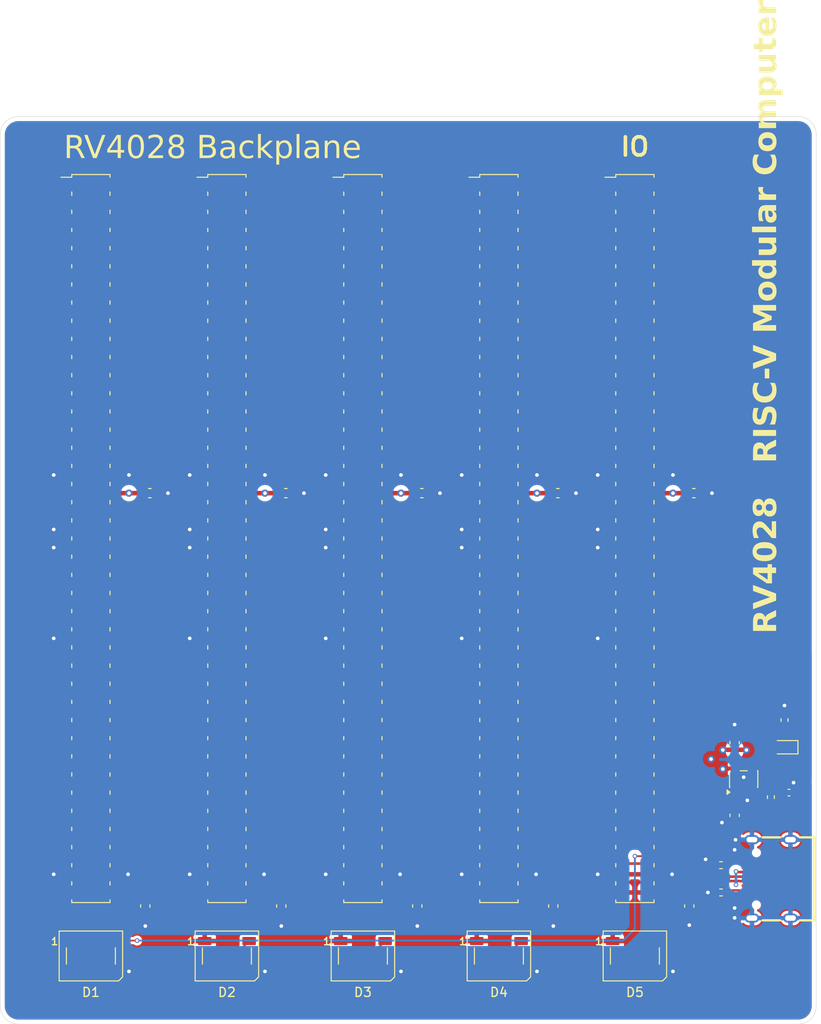
<source format=kicad_pcb>
(kicad_pcb (version 20241229) (generator "pcbnew") (generator_version "9.0")
  (layers (0 "F.Cu" signal) (4 "In1.Cu" signal) (6 "In2.Cu" signal) (2 "B.Cu" signal) (13 "F.Paste" user) (15 "B.Paste" user) (5 "F.SilkS" user "F.Silkscreen") (7 "B.SilkS" user "B.Silkscreen") (1 "F.Mask" user) (3 "B.Mask" user) (25 "Edge.Cuts" user))
  (net 0 "")
  (net 1 "+5V")
  (net 2 "GND")
  (net 3 "+3V3")
  (net 4 "Net-(U2-EN)")
  (net 5 "Net-(D1-DIN)")
  (net 6 "Net-(D1-DOUT)")
  (net 7 "Net-(D2-DOUT)")
  (net 8 "Net-(D3-DOUT)")
  (net 9 "Net-(D4-DOUT)")
  (net 11 "Net-(D6-K)")
  (net 12 "~{LB}")
  (net 13 "A17")
  (net 14 "D14")
  (net 15 "~{A31}")
  (net 16 "SPARE2")
  (net 17 "A7")
  (net 18 "A0")
  (net 19 "TX")
  (net 20 "RX2")
  (net 22 "A4")
  (net 23 "D15")
  (net 25 "D2")
  (net 26 "A11")
  (net 27 "~{BUSRQ}")
  (net 28 "D4")
  (net 29 "A9")
  (net 30 "A15")
  (net 31 "A22")
  (net 32 "A10")
  (net 33 "A16")
  (net 34 "D8")
  (net 35 "~{REQ}")
  (net 36 "~{WAIT}")
  (net 37 "A2")
  (net 38 "SPARE1")
  (net 39 "~{RD}")
  (net 40 "D13")
  (net 41 "CLK")
  (net 42 "A21")
  (net 43 "A30")
  (net 44 "A14")
  (net 45 "A1")
  (net 46 "D1")
  (net 47 "A23")
  (net 48 "D10")
  (net 49 "A12")
  (net 50 "A18")
  (net 51 "D3")
  (net 52 "A31")
  (net 53 "A25")
  (net 54 "D7")
  (net 55 "D0")
  (net 56 "TX2")
  (net 57 "A8")
  (net 58 "~{INT}")
  (net 59 "~{WR}")
  (net 60 "~{RST}")
  (net 61 "A20")
  (net 62 "D9")
  (net 63 "A13")
  (net 64 "D5")
  (net 65 "~{BUSACK}")
  (net 66 "A24")
  (net 67 "A26")
  (net 68 "A28")
  (net 69 "D11")
  (net 70 "A29")
  (net 71 "A27")
  (net 72 "D12")
  (net 73 "RX")
  (net 74 "A3")
  (net 75 "D6")
  (net 76 "A19")
  (net 77 "~{UB}")
  (net 78 "A6")
  (net 79 "~{LO_ADDR}")
  (net 80 "A5")
  (net 87 "USB_DN")
  (net 88 "USB_DP")
  (net 91 "Net-(J6-CC2)")
  (net 92 "Net-(J6-CC1)")
  (footprint "Capacitor_SMD:C_0603_1608Metric" (layer "F.Cu") (at 121 117 -90)
    (property "Reference" "C1" (hide yes))
    (property "Value" "10uF")
  )
  (footprint "RV4028:Backplane_Header_2mm" (layer "F.Cu") (at 110 86.5)
    (property "Reference" "J5" (hide yes))
    (property "Value" "~")
  )
  (footprint "Capacitor_SMD:C_0603_1608Metric" (layer "F.Cu") (at 121 109 90)
    (property "Reference" "C2" (hide yes))
    (property "Value" "10uF")
  )
  (footprint "RV4028:Backplane_Header_2mm" (layer "F.Cu") (at 80 86.5)
    (property "Reference" "J3" (hide yes))
    (property "Value" "~")
  )
  (footprint "Resistor_SMD:R_0402_1005Metric" (layer "F.Cu") (at 126.5 106.5 90)
    (property "Reference" "R3" (hide yes))
    (property "Value" "1k")
  )
  (footprint "Capacitor_SMD:C_0603_1608Metric" (layer "F.Cu") (at 86.5 81.5)
    (property "Reference" "C5" (hide yes))
    (property "Value" "10uF")
  )
  (footprint "Capacitor_SMD:C_0402_1005Metric" (layer "F.Cu") (at 127 114.5)
    (property "Reference" "C13" (hide yes))
    (property "Value" "1uF")
  )
  (footprint "Capacitor_SMD:C_0603_1608Metric" (layer "F.Cu") (at 101.5 81.5)
    (property "Reference" "C6" (hide yes))
    (property "Value" "10uF")
  )
  (footprint "Resistor_SMD:R_0402_1005Metric" (layer "F.Cu") (at 119.5 125.5 180)
    (property "Reference" "R1" (hide yes))
    (property "Value" "5.1k")
  )
  (footprint "Package_TO_SOT_SMD:SOT-23-5" (layer "F.Cu") (at 122 113 90)
    (property "Reference" "U2" (hide yes))
    (property "Value" "AP2112K-3.3")
  )
  (footprint "Capacitor_SMD:C_0603_1608Metric" (layer "F.Cu") (at 56.5 81.5)
    (property "Reference" "C3" (hide yes))
    (property "Value" "10uF")
  )
  (footprint "LED_SMD:LED_WS2812B_PLCC4_5.0x5.0mm_P3.2mm" (layer "F.Cu") (at 110 132.5)
    (property "Reference" "D5")
    (property "Value" "WS2812B")
  )
  (footprint "Capacitor_SMD:C_0603_1608Metric" (layer "F.Cu") (at 116.5 81.5)
    (property "Reference" "C7" (hide yes))
    (property "Value" "10uF")
  )
  (footprint "LED_SMD:LED_0603_1608Metric" (layer "F.Cu") (at 126.5 109.5 180)
    (property "Reference" "D6" (hide yes))
    (property "Value" "KT-0603R")
  )
  (footprint "LED_SMD:LED_WS2812B_PLCC4_5.0x5.0mm_P3.2mm" (layer "F.Cu") (at 65 132.5)
    (property "Reference" "D2")
    (property "Value" "WS2812B")
  )
  (footprint "LED_SMD:LED_WS2812B_PLCC4_5.0x5.0mm_P3.2mm" (layer "F.Cu") (at 50 132.5)
    (property "Reference" "D1")
    (property "Value" "WS2812B")
  )
  (footprint "RV4028:TYPE-C-SMD_MC-107DJ" (layer "F.Cu") (at 124.748501 124 90)
    (property "Reference" "J6" (hide yes))
    (property "Value" "USB-C" (hide yes))
  )
  (footprint "RV4028:Backplane_Header_2mm" (layer "F.Cu") (at 95 86.5)
    (property "Reference" "J4" (hide yes))
    (property "Value" "~")
  )
  (footprint "LED_SMD:LED_WS2812B_PLCC4_5.0x5.0mm_P3.2mm" (layer "F.Cu") (at 80 132.5)
    (property "Reference" "D3")
    (property "Value" "WS2812B")
  )
  (footprint "Capacitor_SMD:C_0603_1608Metric" (layer "F.Cu") (at 56 127 -90)
    (property "Reference" "C8" (hide yes))
    (property "Value" "10uF")
  )
  (footprint "Resistor_SMD:R_0402_1005Metric" (layer "F.Cu") (at 125 115 90)
    (property "Reference" "R4" (hide yes))
    (property "Value" "47k")
  )
  (footprint "Capacitor_SMD:C_0603_1608Metric" (layer "F.Cu") (at 116 127 -90)
    (property "Reference" "C12" (hide yes))
    (property "Value" "10uF")
  )
  (footprint "Capacitor_SMD:C_0603_1608Metric" (layer "F.Cu") (at 71 127 -90)
    (property "Reference" "C9" (hide yes))
    (property "Value" "10uF")
  )
  (footprint "LED_SMD:LED_WS2812B_PLCC4_5.0x5.0mm_P3.2mm" (layer "F.Cu") (at 95 132.5)
    (property "Reference" "D4")
    (property "Value" "WS2812B")
  )
  (footprint "RV4028:Backplane_Header_2mm" (layer "F.Cu") (at 50 86.5)
    (property "Reference" "J1" (hide yes))
    (property "Value" "~")
  )
  (footprint "Resistor_SMD:R_0402_1005Metric" (layer "F.Cu") (at 119.5 122.5 180)
    (property "Reference" "R2" (hide yes))
    (property "Value" "5.1k")
  )
  (footprint "Capacitor_SMD:C_0603_1608Metric" (layer "F.Cu") (at 101 127 -90)
    (property "Reference" "C11" (hide yes))
    (property "Value" "10uF")
  )
  (footprint "RV4028:Backplane_Header_2mm" (layer "F.Cu") (at 65 86.5)
    (property "Reference" "J2" (hide yes))
    (property "Value" "~")
  )
  (footprint "Capacitor_SMD:C_0603_1608Metric" (layer "F.Cu") (at 86 127 -90)
    (property "Reference" "C10" (hide yes))
    (property "Value" "10uF")
  )
  (footprint "Capacitor_SMD:C_0603_1608Metric" (layer "F.Cu") (at 71.5 81.5)
    (property "Reference" "C4" (hide yes))
    (property "Value" "10uF")
  )
  (gr_arc (start 128 40) (mid 129.414214 40.585786) (end 130 42) (stroke (width 0.05)) (layer "Edge.Cuts"))
  (gr_line (start 130 138) (end 130 42) (stroke (width 0.05)) (layer "Edge.Cuts"))
  (gr_line (start 42 140) (end 128 140) (stroke (width 0.05)) (layer "Edge.Cuts"))
  (gr_arc (start 42 140) (mid 40.585786 139.414214) (end 40 138) (stroke (width 0.05)) (layer "Edge.Cuts"))
  (gr_line (start 128 40) (end 42 40) (stroke (width 0.05)) (layer "Edge.Cuts"))
  (gr_line (start 40 42) (end 40 138) (stroke (width 0.05)) (layer "Edge.Cuts"))
  (gr_arc (start 130 138) (mid 129.414214 139.414214) (end 128 140) (stroke (width 0.05)) (layer "Edge.Cuts"))
  (gr_arc (start 40 42) (mid 40.585786 40.585786) (end 42 40) (stroke (width 0.05)) (layer "Edge.Cuts"))
  (gr_text "RV4028   RISC-V Modular Computer" (at 126 97 90) (layer "F.SilkS") (effects (font (size 2.5 2.5) (thickness 0.1) (bold yes)) (justify left bottom)))
  (gr_text "RV4028 Backplane" (at 47 45 0) (layer "F.SilkS") (effects (font (size 2.5 2.5) (thickness 0.1)) (justify left bottom)))
  (gr_text "IO" (at 110 44.5 0) (layer "F.SilkS") (effects (font (size 2 2) (thickness 0.4) (bold yes)) (justify bottom)))
  (segment (start 123.198501 126.1) (end 122.898501 126.4) (width 0.3) (layer "F.Cu") (net 1))
  (segment (start 123.75 121.9) (end 123.261848 121.9) (width 0.3) (layer "F.Cu") (net 1))
  (segment (start 122.961848 121.6) (end 122.340501 121.6) (width 0.3) (layer "F.Cu") (net 1))
  (segment (start 123.261848 121.9) (end 122.961848 121.6) (width 0.3) (layer "F.Cu") (net 1))
  (segment (start 122.898501 126.4) (end 122.340501 126.4) (width 0.3) (layer "F.Cu") (net 1))
  (segment (start 123.848501 126.1) (end 123.198501 126.1) (width 0.3) (layer "F.Cu") (net 1))
  (segment (start 86 129.2) (end 86 127.775) (width 0.5) (layer "F.Cu") (net 2))
  (segment (start 103.5 81.5) (end 102.275 81.5) (width 0.5) (layer "F.Cu") (net 2))
  (segment (start 112.085 79.5) (end 107.915 79.5) (width 0.5) (layer "F.Cu") (net 2))
  (segment (start 97.085 123.5) (end 92.915 123.5) (width 0.5) (layer "F.Cu") (net 2))
  (segment (start 127.5 114.48) (end 127.48 114.5) (width 0.5) (layer "F.Cu") (net 2))
  (segment (start 92.915 123.5) (end 90.9 123.5) (width 0.5) (layer "F.Cu") (net 2))
  (segment (start 60.9 97.5) (end 62.915 97.5) (width 0.5) (layer "F.Cu") (net 2))
  (segment (start 105.9 97.5) (end 107.915 97.5) (width 0.5) (layer "F.Cu") (net 2))
  (segment (start 45.9 87.5) (end 47.915 87.5) (width 0.5) (layer "F.Cu") (net 2))
  (segment (start 88.5 81.5) (end 87.275 81.5) (width 0.5) (layer "F.Cu") (net 2))
  (segment (start 117.8 121.85) (end 118.45 122.5) (width 0.5) (layer "F.Cu") (net 2))
  (segment (start 112.085 123.5) (end 107.915 123.5) (width 0.5) (layer "F.Cu") (net 2))
  (segment (start 69.2 79.5) (end 67.085 79.5) (width 0.5) (layer "F.Cu") (net 2))
  (segment (start 112.5 134.2) (end 112.45 134.15) (width 0.5) (layer "F.Cu") (net 2))
  (segment (start 101 129.2) (end 101 127.775) (width 0.5) (layer "F.Cu") (net 2))
  (segment (start 122 114.1375) (end 122 112.8) (width 0.5) (layer "F.Cu") (net 2))
  (segment (start 67.5 134.2) (end 67.45 134.15) (width 0.5) (layer "F.Cu") (net 2))
  (segment (start 97.085 79.5) (end 92.915 79.5) (width 0.5) (layer "F.Cu") (net 2))
  (segment (start 60.9 79.5) (end 62.915 79.5) (width 0.5) (layer "F.Cu") (net 2))
  (segment (start 119.6 117.8) (end 120.975 117.8) (width 0.5) (layer "F.Cu") (net 2))
  (segment (start 118.5 81.5) (end 117.275 81.5) (width 0.5) (layer "F.Cu") (net 2))
  (segment (start 107.915 123.5) (end 105.9 123.5) (width 0.5) (layer "F.Cu") (net 2))
  (segment (start 47.915 123.5) (end 45.9 123.5) (width 0.5) (layer "F.Cu") (net 2))
  (segment (start 121.1 119.7) (end 121.240501 119.7) (width 0.5) (layer "F.Cu") (net 2))
  (segment (start 105.9 87.5) (end 107.915 87.5) (width 0.5) (layer "F.Cu") (net 2))
  (segment (start 120.975 117.8) (end 121 117.775) (width 0.3) (layer "F.Cu") (net 2))
  (segment (start 90.9 85.5) (end 92.915 85.5) (width 0.5) (layer "F.Cu") (net 2))
  (segment (start 114.1 123.5) (end 112.085 123.5) (width 0.5) (layer "F.Cu") (net 2))
  (segment (start 122 114.95) (end 122 114.1375) (width 0.5) (layer "F.Cu") (net 2))
  (segment (start 118.45 122.5) (end 118.990001 122.5) (width 0.5) (layer "F.Cu") (net 2))
  (segment (start 99.2 79.5) (end 97.085 79.5) (width 0.5) (layer "F.Cu") (net 2))
  (segment (start 126.5 104.9) (end 126.5 105.990001) (width 0.5) (layer "F.Cu") (net 2))
  (segment (start 82.085 79.5) (end 77.915 79.5) (width 0.5) (layer "F.Cu") (net 2))
  (segment (start 54.2 134.2) (end 52.5 134.2) (width 0.5) (layer "F.Cu") (net 2))
  (segment (start 97.5 134.2) (end 97.45 134.15) (width 0.5) (layer "F.Cu") (net 2))
  (segment (start 69.2 134.2) (end 67.5 134.2) (width 0.5) (layer "F.Cu") (net 2))
  (segment (start 105.9 79.5) (end 107.915 79.5) (width 0.5) (layer "F.Cu") (net 2))
  (segment (start 58.5 81.5) (end 57.275 81.5) (width 0.5) (layer "F.Cu") (net 2))
  (segment (start 75.9 79.5) (end 77.915 79.5) (width 0.5) (layer "F.Cu") (net 2))
  (segment (start 122.4 115.35) (end 122 114.95) (width 0.5) (layer "F.Cu") (net 2))
  (segment (start 71 129.2) (end 71 127.775) (width 0.5) (layer "F.Cu") (net 2))
  (segment (start 118.05 125.5) (end 118.990001 125.5) (width 0.5) (layer "F.Cu") (net 2))
  (segment (start 56 129.2) (end 56 127.775) (width 0.5) (layer "F.Cu") (net 2))
  (segment (start 90.9 79.5) (end 92.915 79.5) (width 0.5) (layer "F.Cu") (net 2))
  (segment (start 67.085 79.5) (end 62.915 79.5) (width 0.5) (layer "F.Cu") (net 2))
  (segment (start 84.2 134.2) (end 82.5 134.2) (width 0.5) (layer "F.Cu") (net 2))
  (segment (start 60.9 85.5) (end 62.915 85.5) (width 0.5) (layer "F.Cu") (net 2))
  (segment (start 99.1 123.5) (end 97.085 123.5) (width 0.5) (layer "F.Cu") (net 2))
  (segment (start 54.2 79.5) (end 52.085 79.5) (width 0.5) (layer "F.Cu") (net 2))
  (segment (start 54.1 123.5) (end 52.085 123.5) (width 0.5) (layer "F.Cu") (net 2))
  (segment (start 105.9 85.5) (end 107.915 85.5) (width 0.5) (layer "F.Cu") (net 2))
  (segment (start 114.2 79.5) (end 112.085 79.5) (width 0.5) (layer "F.Cu") (net 2))
  (segment (start 90.9 97.5) (end 92.915 97.5) (width 0.5) (layer "F.Cu") (net 2))
  (segment (start 69.1 123.5) (end 67.085 123.5) (width 0.5) (layer "F.Cu") (net 2))
  (segment (start 45.9 85.5) (end 47.915 85.5) (width 0.5) (layer "F.Cu") (net 2))
  (segment (start 52.085 123.5) (end 47.915 123.5) (width 0.5) (layer "F.Cu") (net 2))
  (segment (start 77.915 123.5) (end 75.9 123.5) (width 0.5) (layer "F.Cu") (net 2))
  (segment (start 45.9 97.5) (end 47.915 97.5) (width 0.5) (layer "F.Cu") (net 2))
  (segment (start 121.009075 127.2) (end 120.997931 127.211144) (width 0.5) (layer "F.Cu") (net 2))
  (segment (start 75.9 87.5) (end 77.915 87.5) (width 0.5) (layer "F.Cu") (net 2))
  (segment (start 82.085 123.5) (end 77.915 123.5) (width 0.5) (layer "F.Cu") (net 2))
  (segment (start 62.915 123.5) (end 60.9 123.5) (width 0.5) (layer "F.Cu") (net 2))
  (segment (start 116 129.1) (end 116 127.775) (width 0.5) (layer "F.Cu") (net 2))
  (segment (start 84.2 79.5) (end 82.085 79.5) (width 0.5) (layer "F.Cu") (net 2))
  (segment (start 52.085 79.5) (end 47.915 79.5) (width 0.5) (layer "F.Cu") (net 2))
  (segment (start 52.5 134.2) (end 52.45 134.15) (width 0.5) (layer "F.Cu") (net 2))
  (segment (start 82.5 134.2) (end 82.45 134.15) (width 0.5) (layer "F.Cu") (net 2))
  (segment (start 127.5 113.4) (end 127.5 114.48) (width 0.5) (layer "F.Cu") (net 2))
  (segment (start 75.9 97.5) (end 77.915 97.5) (width 0.5) (layer "F.Cu") (net 2))
  (segment (start 45.9 79.5) (end 47.915 79.5) (width 0.5) (layer "F.Cu") (net 2))
  (segment (start 73.5 81.5) (end 72.275 81.5) (width 0.5) (layer "F.Cu") (net 2))
  (segment (start 67.085 123.5) (end 62.915 123.5) (width 0.5) (layer "F.Cu") (net 2))
  (segment (start 75.9 85.5) (end 77.915 85.5) (width 0.5) (layer "F.Cu") (net 2))
  (segment (start 84.1 123.5) (end 82.085 123.5) (width 0.5) (layer "F.Cu") (net 2))
  (segment (start 121 108.225) (end 121 107) (width 0.5) (layer "F.Cu") (net 2))
  (segment (start 60.9 87.5) (end 62.915 87.5) (width 0.5) (layer "F.Cu") (net 2))
  (segment (start 99.2 134.2) (end 97.5 134.2) (width 0.5) (layer "F.Cu") (net 2))
  (segment (start 90.9 87.5) (end 92.915 87.5) (width 0.5) (layer "F.Cu") (net 2))
  (segment (start 114.2 134.2) (end 112.5 134.2) (width 0.5) (layer "F.Cu") (net 2))
  (via (at 121.1 119.7) (size 0.8) (drill 0.4) (layers "F.Cu" "B.Cu") (net 2))
  (via (at 60.9 79.5) (size 0.8) (drill 0.4) (layers "F.Cu" "B.Cu") (net 2))
  (via (at 45.9 85.5) (size 0.8) (drill 0.4) (layers "F.Cu" "B.Cu") (net 2))
  (via (at 99.2 134.2) (size 0.8) (drill 0.4) (layers "F.Cu" "B.Cu") (net 2))
  (via (at 105.9 123.5) (size 0.8) (drill 0.4) (layers "F.Cu" "B.Cu") (net 2))
  (via (at 54.1 123.5) (size 0.8) (drill 0.4) (layers "F.Cu" "B.Cu") (net 2))
  (via (at 60.9 97.5) (size 0.8) (drill 0.4) (layers "F.Cu" "B.Cu") (net 2))
  (via (at 71 129.2) (size 0.8) (drill 0.4) (layers "F.Cu" "B.Cu") (net 2))
  (via (at 122 112.8) (size 0.8) (drill 0.4) (layers "F.Cu" "B.Cu") (net 2))
  (via (at 45.9 87.5) (size 0.8) (drill 0.4) (layers "F.Cu" "B.Cu") (net 2))
  (via (at 90.9 97.5) (size 0.8) (drill 0.4) (layers "F.Cu" "B.Cu") (net 2))
  (via (at 86 129.2) (size 0.8) (drill 0.4) (layers "F.Cu" "B.Cu") (net 2))
  (via (at 105.9 79.5) (size 0.8) (drill 0.4) (layers "F.Cu" "B.Cu") (net 2))
  (via (at 99.2 79.5) (size 0.8) (drill 0.4) (layers "F.Cu" "B.Cu") (net 2))
  (via (at 116 129.1) (size 0.8) (drill 0.4) (layers "F.Cu" "B.Cu") (net 2))
  (via (at 105.9 87.5) (size 0.8) (drill 0.4) (layers "F.Cu" "B.Cu") (net 2))
  (via (at 101 129.2) (size 0.8) (drill 0.4) (layers "F.Cu" "B.Cu") (net 2))
  (via (at 118.05 125.5) (size 0.8) (drill 0.4) (layers "F.Cu" "B.Cu") (net 2))
  (via (at 60.9 85.5) (size 0.8) (drill 0.4) (layers "F.Cu" "B.Cu") (net 2))
  (via (at 45.9 123.5) (size 0.8) (drill 0.4) (layers "F.Cu" "B.Cu") (net 2))
  (via (at 88.5 81.5) (size 0.8) (drill 0.4) (layers "F.Cu" "B.Cu") (net 2))
  (via (at 45.9 97.5) (size 0.8) (drill 0.4) (layers "F.Cu" "B.Cu") (net 2))
  (via (at 84.2 79.5) (size 0.8) (drill 0.4) (layers "F.Cu" "B.Cu") (net 2))
  (via (at 114.2 134.2) (size 0.8) (drill 0.4) (layers "F.Cu" "B.Cu") (net 2))
  (via (at 69.1 123.5) (size 0.8) (drill 0.4) (layers "F.Cu" "B.Cu") (net 2))
  (via (at 122.4 115.35) (size 0.8) (drill 0.4) (layers "F.Cu" "B.Cu") (net 2))
  (via (at 90.9 85.5) (size 0.8) (drill 0.4) (layers "F.Cu" "B.Cu") (net 2))
  (via (at 73.5 81.5) (size 0.8) (drill 0.4) (layers "F.Cu" "B.Cu") (net 2))
  (via (at 60.9 87.5) (size 0.8) (drill 0.4) (layers "F.Cu" "B.Cu") (net 2))
  (via (at 75.9 123.5) (size 0.8) (drill 0.4) (layers "F.Cu" "B.Cu") (net 2))
  (via (at 69.2 79.5) (size 0.8) (drill 0.4) (layers "F.Cu" "B.Cu") (net 2))
  (via (at 60.9 123.5) (size 0.8) (drill 0.4) (layers "F.Cu" "B.Cu") (net 2))
  (via (at 69.2 134.2) (size 0.8) (drill 0.4) (layers "F.Cu" "B.Cu") (net 2))
  (via (at 118.5 81.5) (size 0.8) (drill 0.4) (layers "F.Cu" "B.Cu") (net 2))
  (via (at 90.9 87.5) (size 0.8) (drill 0.4) (layers "F.Cu" "B.Cu") (net 2))
  (via (at 117.8 121.85) (size 0.8) (drill 0.4) (layers "F.Cu" "B.Cu") (net 2))
  (via (at 56 129.2) (size 0.8) (drill 0.4) (layers "F.Cu" "B.Cu") (net 2))
  (via (at 105.9 97.5) (size 0.8) (drill 0.4) (layers "F.Cu" "B.Cu") (net 2))
  (via (at 105.9 85.5) (size 0.8) (drill 0.4) (layers "F.Cu" "B.Cu") (net 2))
  (via (at 45.9 79.5) (size 0.8) (drill 0.4) (layers "F.Cu" "B.Cu") (net 2))
  (via (at 114.1 123.5) (size 0.8) (drill 0.4) (layers "F.Cu" "B.Cu") (net 2))
  (via (at 75.9 87.5) (size 0.8) (drill 0.4) (layers "F.Cu" "B.Cu") (net 2))
  (via (at 84.2 134.2) (size 0.8) (drill 0.4) (layers "F.Cu" "B.Cu") (net 2))
  (via (at 121 128.3) (size 0.8) (drill 0.4) (layers "F.Cu" "B.Cu") (net 2))
  (via (at 127.5 113.4) (size 0.8) (drill 0.4) (layers "F.Cu" "B.Cu") (net 2))
  (via (at 54.2 134.2) (size 0.8) (drill 0.4) (layers "F.Cu" "B.Cu") (net 2))
  (via (at 58.5 81.5) (size 0.8) (drill 0.4) (layers "F.Cu" "B.Cu") (net 2))
  (via (at 99.1 123.5) (size 0.8) (drill 0.4) (layers "F.Cu" "B.Cu") (net 2))
  (via (at 90.9 123.5) (size 0.8) (drill 0.4) (layers "F.Cu" "B.Cu") (net 2))
  (via (at 119.6 117.8) (size 0.8) (drill 0.4) (layers "F.Cu" "B.Cu") (net 2))
  (via (at 103.5 81.5) (size 0.8) (drill 0.4) (layers "F.Cu" "B.Cu") (net 2))
  (via (at 90.9 79.5) (size 0.8) (drill 0.4) (layers "F.Cu" "B.Cu") (net 2))
  (via (at 75.9 79.5) (size 0.8) (drill 0.4) (layers "F.Cu" "B.Cu") (net 2))
  (via (at 54.2 79.5) (size 0.8) (drill 0.4) (layers "F.Cu" "B.Cu") (net 2))
  (via (at 75.9 97.5) (size 0.8) (drill 0.4) (layers "F.Cu" "B.Cu") (net 2))
  (via (at 75.9 85.5) (size 0.8) (drill 0.4) (layers "F.Cu" "B.Cu") (net 2))
  (via (at 126.5 104.9) (size 0.8) (drill 0.4) (layers "F.Cu" "B.Cu") (net 2))
  (via (at 84.1 123.5) (size 0.8) (drill 0.4) (layers "F.Cu" "B.Cu") (net 2))
  (via (at 120.997931 127.211144) (size 0.8) (drill 0.4) (layers "F.Cu" "B.Cu") (net 2))
  (via (at 121 120.8) (size 0.8) (drill 0.4) (layers "F.Cu" "B.Cu") (net 2))
  (via (at 121 107) (size 0.8) (drill 0.4) (layers "F.Cu" "B.Cu") (net 2))
  (via (at 114.2 79.5) (size 0.8) (drill 0.4) (layers "F.Cu" "B.Cu") (net 2))
  (segment (start 121.050001 109.825001) (end 121 109.775) (width 0.5) (layer "F.Cu") (net 3))
  (segment (start 85.725 81.5) (end 77.915 81.5) (width 0.5) (layer "F.Cu") (net 3))
  (segment (start 100.725 81.5) (end 92.915 81.5) (width 0.5) (layer "F.Cu") (net 3))
  (segment (start 115.725 81.5) (end 107.915 81.5) (width 0.5) (layer "F.Cu") (net 3))
  (segment (start 70.725 81.5) (end 62.915 81.5) (width 0.5) (layer "F.Cu") (net 3))
  (segment (start 121.050001 111.8625) (end 121.050001 109.825001) (width 0.5) (layer "F.Cu") (net 3))
  (segment (start 55.725 81.5) (end 47.915 81.5) (width 0.5) (layer "F.Cu") (net 3))
  (via (at 119.7 111.9) (size 0.8) (drill 0.4) (layers "F.Cu" "B.Cu") (net 3))
  (via (at 122.3 109.8) (size 0.8) (drill 0.4) (layers "F.Cu" "B.Cu") (net 3))
  (via (at 84.2 81.5) (size 0.8) (drill 0.4) (layers "F.Cu" "B.Cu") (net 3))
  (via (at 114.2 81.5) (size 0.8) (drill 0.4) (layers "F.Cu" "B.Cu") (net 3))
  (via (at 99.2 81.5) (size 0.8) (drill 0.4) (layers "F.Cu" "B.Cu") (net 3))
  (via (at 54.2 81.5) (size 0.8) (drill 0.4) (layers "F.Cu" "B.Cu") (net 3))
  (via (at 69.2 81.5) (size 0.8) (drill 0.4) (layers "F.Cu" "B.Cu") (net 3))
  (via (at 118.4 110.8) (size 0.8) (drill 0.4) (layers "F.Cu" "B.Cu") (net 3))
  (via (at 119.7 109.8) (size 0.8) (drill 0.4) (layers "F.Cu" "B.Cu") (net 3))
  (segment (start 126.52 114.5) (end 123.312499 114.5) (width 0.2) (layer "F.Cu") (net 4))
  (segment (start 123.312499 114.5) (end 122.949999 114.1375) (width 0.2) (layer "F.Cu") (net 4))
  (segment (start 112.085 121.5) (end 110 121.5) (width 0.2) (layer "F.Cu") (net 5))
  (segment (start 52.5 130.8) (end 52.45 130.85) (width 0.2) (layer "F.Cu") (net 5))
  (segment (start 55.1 130.8) (end 52.5 130.8) (width 0.2) (layer "F.Cu") (net 5))
  (via (at 110 121.5) (size 0.5) (drill 0.3) (layers "F.Cu" "B.Cu") (net 5))
  (via (at 55.1 130.8) (size 0.5) (drill 0.3) (layers "F.Cu" "B.Cu") (net 5))
  (segment (start 110 129.5) (end 110 121.5) (width 0.2) (layer "B.Cu") (net 5))
  (segment (start 55.1 130.8) (end 108.7 130.8) (width 0.2) (layer "B.Cu") (net 5))
  (segment (start 108.7 130.8) (end 110 129.5) (width 0.2) (layer "B.Cu") (net 5))
  (segment (start 58 132) (end 66.3 132) (width 0.2) (layer "F.Cu") (net 6))
  (segment (start 57 133) (end 58 132) (width 0.2) (layer "F.Cu") (net 6))
  (segment (start 66.3 132) (end 67.45 130.85) (width 0.2) (layer "F.Cu") (net 6))
  (segment (start 48.7 133) (end 57 133) (width 0.2) (layer "F.Cu") (net 6))
  (segment (start 47.55 134.15) (end 48.7 133) (width 0.2) (layer "F.Cu") (net 6))
  (segment (start 73 132) (end 81.3 132) (width 0.2) (layer "F.Cu") (net 7))
  (segment (start 62.55 134.15) (end 63.7 133) (width 0.2) (layer "F.Cu") (net 7))
  (segment (start 81.3 132) (end 82.45 130.85) (width 0.2) (layer "F.Cu") (net 7))
  (segment (start 63.7 133) (end 72 133) (width 0.2) (layer "F.Cu") (net 7))
  (segment (start 72 133) (end 73 132) (width 0.2) (layer "F.Cu") (net 7))
  (segment (start 77.55 134.15) (end 78.7 133) (width 0.2) (layer "F.Cu") (net 8))
  (segment (start 96.3 132) (end 97.45 130.85) (width 0.2) (layer "F.Cu") (net 8))
  (segment (start 87 133) (end 88 132) (width 0.2) (layer "F.Cu") (net 8))
  (segment (start 78.7 133) (end 87 133) (width 0.2) (layer "F.Cu") (net 8))
  (segment (start 88 132) (end 96.3 132) (width 0.2) (layer "F.Cu") (net 8))
  (segment (start 102 133) (end 103 132) (width 0.2) (layer "F.Cu") (net 9))
  (segment (start 103 132) (end 111.3 132) (width 0.2) (layer "F.Cu") (net 9))
  (segment (start 92.55 134.15) (end 93.7 133) (width 0.2) (layer "F.Cu") (net 9))
  (segment (start 111.3 132) (end 112.45 130.85) (width 0.2) (layer "F.Cu") (net 9))
  (segment (start 93.7 133) (end 102 133) (width 0.2) (layer "F.Cu") (net 9))
  (segment (start 126.5 107.009999) (end 126.5 108.712499) (width 0.2) (layer "F.Cu") (net 11))
  (segment (start 126.5 108.712499) (end 127.287501 109.5) (width 0.2) (layer "F.Cu") (net 11))
  (segment (start 97.1195 82.7) (end 111.3285 82.7) (width 0.2) (layer "F.Cu") (net 12))
  (segment (start 82.1195 82.7) (end 97.1195 82.7) (width 0.2) (layer "F.Cu") (net 12))
  (segment (start 82.1045 82.715) (end 82.1195 82.7) (width 0.2) (layer "F.Cu") (net 12))
  (segment (start 67.1195 82.7) (end 82.1195 82.7) (width 0.2) (layer "F.Cu") (net 12))
  (segment (start 97.1045 82.715) (end 97.1195 82.7) (width 0.2) (layer "F.Cu") (net 12))
  (segment (start 67.1045 82.715) (end 67.1195 82.7) (width 0.2) (layer "F.Cu") (net 12))
  (segment (start 52.8805 82.7) (end 67.1195 82.7) (width 0.2) (layer "F.Cu") (net 12))
  (segment (start 97.1045 83.476) (end 97.1045 82.715) (width 0.2) (layer "F.Cu") (net 12))
  (segment (start 82.1045 83.476) (end 82.1045 82.715) (width 0.2) (layer "F.Cu") (net 12))
  (segment (start 67.1045 83.476) (end 67.1045 82.715) (width 0.2) (layer "F.Cu") (net 12))
  (segment (start 111.3285 82.7) (end 112.1045 83.476) (width 0.2) (layer "F.Cu") (net 12))
  (segment (start 52.1045 83.476) (end 52.8805 82.7) (width 0.2) (layer "F.Cu") (net 12))
  (segment (start 62.915 76.285) (end 62.9 76.3) (width 0.2) (layer "F.Cu") (net 13))
  (segment (start 62.9 76.3) (end 77.9 76.3) (width 0.2) (layer "F.Cu") (net 13))
  (segment (start 48.715 76.3) (end 62.9 76.3) (width 0.2) (layer "F.Cu") (net 13))
  (segment (start 92.9 76.3) (end 107.115 76.3) (width 0.2) (layer "F.Cu") (net 13))
  (segment (start 77.915 75.5) (end 77.915 76.285) (width 0.2) (layer "F.Cu") (net 13))
  (segment (start 92.915 76.285) (end 92.9 76.3) (width 0.2) (layer "F.Cu") (net 13))
  (segment (start 77.915 76.285) (end 77.9 76.3) (width 0.2) (layer "F.Cu") (net 13))
  (segment (start 107.115 76.3) (end 107.915 75.5) (width 0.2) (layer "F.Cu") (net 13))
  (segment (start 77.9 76.3) (end 92.9 76.3) (width 0.2) (layer "F.Cu") (net 13))
  (segment (start 92.915 75.5) (end 92.915 76.285) (width 0.2) (layer "F.Cu") (net 13))
  (segment (start 62.915 75.5) (end 62.915 76.285) (width 0.2) (layer "F.Cu") (net 13))
  (segment (start 47.915 75.5) (end 48.715 76.3) (width 0.2) (layer "F.Cu") (net 13))
  (segment (start 92.9 112.3) (end 107.115 112.3) (width 0.2) (layer "F.Cu") (net 14))
  (segment (start 77.915 111.5) (end 77.915 112.285) (width 0.2) (layer "F.Cu") (net 14))
  (segment (start 92.915 112.285) (end 92.9 112.3) (width 0.2) (layer "F.Cu") (net 14))
  (segment (start 77.9 112.3) (end 92.9 112.3) (width 0.2) (layer "F.Cu") (net 14))
  (segment (start 47.915 111.5) (end 48.715 112.3) (width 0.2) (layer "F.Cu") (net 14))
  (segment (start 62.915 112.285) (end 62.9 112.3) (width 0.2) (layer "F.Cu") (net 14))
  (segment (start 62.9 112.3) (end 77.9 112.3) (width 0.2) (layer "F.Cu") (net 14))
  (segment (start 107.115 112.3) (end 107.915 111.5) (width 0.2) (layer "F.Cu") (net 14))
  (segment (start 62.915 111.5) (end 62.915 112.285) (width 0.2) (layer "F.Cu") (net 14))
  (segment (start 48.715 112.3) (end 62.9 112.3) (width 0.2) (layer "F.Cu") (net 14))
  (segment (start 92.915 111.5) (end 92.915 112.285) (width 0.2) (layer "F.Cu") (net 14))
  (segment (start 77.915 112.285) (end 77.9 112.3) (width 0.2) (layer "F.Cu") (net 14))
  (segment (start 97.1045 97.476) (end 97.1045 96.715) (width 0.2) (layer "F.Cu") (net 15))
  (segment (start 52.1045 97.476) (end 52.8805 96.7) (width 0.2) (layer "F.Cu") (net 15))
  (segment (start 82.1045 97.476) (end 82.1045 96.715) (width 0.2) (layer "F.Cu") (net 15))
  (segment (start 67.1195 96.7) (end 82.1195 96.7) (width 0.2) (layer "F.Cu") (net 15))
  (segment (start 97.1195 96.7) (end 111.3285 96.7) (width 0.2) (layer "F.Cu") (net 15))
  (segment (start 111.3285 96.7) (end 112.1045 97.476) (width 0.2) (layer "F.Cu") (net 15))
  (segment (start 97.1045 96.715) (end 97.1195 96.7) (width 0.2) (layer "F.Cu") (net 15))
  (segment (start 82.1045 96.715) (end 82.1195 96.7) (width 0.2) (layer "F.Cu") (net 15))
  (segment (start 52.8805 96.7) (end 67.1195 96.7) (width 0.2) (layer "F.Cu") (net 15))
  (segment (start 67.1045 96.715) (end 67.1195 96.7) (width 0.2) (layer "F.Cu") (net 15))
  (segment (start 67.1045 97.476) (end 67.1045 96.715) (width 0.2) (layer "F.Cu") (net 15))
  (segment (start 82.1195 96.7) (end 97.1195 96.7) (width 0.2) (layer "F.Cu") (net 15))
  (segment (start 52.085 121.5) (end 52.861 120.724) (width 0.2) (layer "F.Cu") (net 16))
  (segment (start 52.861 120.724) (end 67.1 120.724) (width 0.2) (layer "F.Cu") (net 16))
  (segment (start 67.085 121.5) (end 67.085 120.739) (width 0.2) (layer "F.Cu") (net 16))
  (segment (start 67.085 120.739) (end 67.1 120.724) (width 0.2) (layer "F.Cu") (net 16))
  (segment (start 82.085 120.739) (end 82.1 120.724) (width 0.2) (layer "F.Cu") (net 16))
  (segment (start 82.085 121.5) (end 82.085 120.739) (width 0.2) (layer "F.Cu") (net 16))
  (segment (start 67.1 120.724) (end 82.1 120.724) (width 0.2) (layer "F.Cu") (net 16))
  (segment (start 82.1 120.724) (end 96.309 120.724) (width 0.2) (layer "F.Cu") (net 16))
  (segment (start 96.309 120.724) (end 97.085 121.5) (width 0.2) (layer "F.Cu") (net 16))
  (segment (start 67.1045 62.715) (end 67.1195 62.7) (width 0.2) (layer "F.Cu") (net 17))
  (segment (start 52.8805 62.7) (end 67.1195 62.7) (width 0.2) (layer "F.Cu") (net 17))
  (segment (start 82.1195 62.7) (end 97.1195 62.7) (width 0.2) (layer "F.Cu") (net 17))
  (segment (start 97.1195 62.7) (end 111.3285 62.7) (width 0.2) (layer "F.Cu") (net 17))
  (segment (start 97.1045 63.476) (end 97.1045 62.715) (width 0.2) (layer "F.Cu") (net 17))
  (segment (start 111.3285 62.7) (end 112.1045 63.476) (width 0.2) (layer "F.Cu") (net 17))
  (segment (start 97.1045 62.715) (end 97.1195 62.7) (width 0.2) (layer "F.Cu") (net 17))
  (segment (start 82.1045 62.715) (end 82.1195 62.7) (width 0.2) (layer "F.Cu") (net 17))
  (segment (start 67.1195 62.7) (end 82.1195 62.7) (width 0.2) (layer "F.Cu") (net 17))
  (segment (start 82.1045 63.476) (end 82.1045 62.715) (width 0.2) (layer "F.Cu") (net 17))
  (segment (start 52.1045 63.476) (end 52.8805 62.7) (width 0.2) (layer "F.Cu") (net 17))
  (segment (start 67.1045 63.476) (end 67.1045 62.715) (width 0.2) (layer "F.Cu") (net 17))
  (segment (start 82.1045 77.476) (end 82.1045 76.715) (width 0.2) (layer "F.Cu") (net 18))
  (segment (start 97.1045 76.715) (end 97.1195 76.7) (width 0.2) (layer "F.Cu") (net 18))
  (segment (start 67.1045 76.715) (end 67.1195 76.7) (width 0.2) (layer "F.Cu") (net 18))
  (segment (start 67.1195 76.7) (end 82.1195 76.7) (width 0.2) (layer "F.Cu") (net 18))
  (segment (start 67.1045 77.476) (end 67.1045 76.715) (width 0.2) (layer "F.Cu") (net 18))
  (segment (start 97.1045 77.476) (end 97.1045 76.715) (width 0.2) (layer "F.Cu") (net 18))
  (segment (start 82.1195 76.7) (end 97.1195 76.7) (width 0.2) (layer "F.Cu") (net 18))
  (segment (start 82.1045 76.715) (end 82.1195 76.7) (width 0.2) (layer "F.Cu") (net 18))
  (segment (start 52.8805 76.7) (end 67.1195 76.7) (width 0.2) (layer "F.Cu") (net 18))
  (segment (start 97.1195 76.7) (end 111.3285 76.7) (width 0.2) (layer "F.Cu") (net 18))
  (segment (start 52.1045 77.476) (end 52.8805 76.7) (width 0.2) (layer "F.Cu") (net 18))
  (segment (start 111.3285 76.7) (end 112.1045 77.476) (width 0.2) (layer "F.Cu") (net 18))
  (segment (start 111.3285 114.7) (end 112.1045 115.476) (width 0.2) (layer "F.Cu") (net 19))
  (segment (start 97.1045 114.715) (end 97.1195 114.7) (width 0.2) (layer "F.Cu") (net 19))
  (segment (start 67.1045 114.715) (end 67.1195 114.7) (width 0.2) (layer "F.Cu") (net 19))
  (segment (start 67.1195 114.7) (end 82.1195 114.7) (width 0.2) (layer "F.Cu") (net 19))
  (segment (start 52.1045 115.476) (end 52.8805 114.7) (width 0.2) (layer "F.Cu") (net 19))
  (segment (start 97.1045 115.476) (end 97.1045 114.715) (width 0.2) (layer "F.Cu") (net 19))
  (segment (start 82.1045 114.715) (end 82.1195 114.7) (width 0.2) (layer "F.Cu") (net 19))
  (segment (start 52.8805 114.7) (end 67.1195 114.7) (width 0.2) (layer "F.Cu") (net 19))
  (segment (start 82.1045 115.476) (end 82.1045 114.715) (width 0.2) (layer "F.Cu") (net 19))
  (segment (start 97.1195 114.7) (end 111.3285 114.7) (width 0.2) (layer "F.Cu") (net 19))
  (segment (start 82.1195 114.7) (end 97.1195 114.7) (width 0.2) (layer "F.Cu") (net 19))
  (segment (start 67.1045 115.476) (end 67.1045 114.715) (width 0.2) (layer "F.Cu") (net 19))
  (segment (start 47.915 117.5) (end 48.715 118.3) (width 0.2) (layer "F.Cu") (net 20))
  (segment (start 77.915 117.5) (end 77.915 118.285) (width 0.2) (layer "F.Cu") (net 20))
  (segment (start 62.915 118.285) (end 62.9 118.3) (width 0.2) (layer "F.Cu") (net 20))
  (segment (start 92.915 118.285) (end 92.9 118.3) (width 0.2) (layer "F.Cu") (net 20))
  (segment (start 62.9 118.3) (end 77.9 118.3) (width 0.2) (layer "F.Cu") (net 20))
  (segment (start 77.915 118.285) (end 77.9 118.3) (width 0.2) (layer "F.Cu") (net 20))
  (segment (start 107.115 118.3) (end 107.915 117.5) (width 0.2) (layer "F.Cu") (net 20))
  (segment (start 92.9 118.3) (end 107.115 118.3) (width 0.2) (layer "F.Cu") (net 20))
  (segment (start 77.9 118.3) (end 92.9 118.3) (width 0.2) (layer "F.Cu") (net 20))
  (segment (start 48.715 118.3) (end 62.9 118.3) (width 0.2) (layer "F.Cu") (net 20))
  (segment (start 62.915 117.5) (end 62.915 118.285) (width 0.2) (layer "F.Cu") (net 20))
  (segment (start 92.915 117.5) (end 92.915 118.285) (width 0.2) (layer "F.Cu") (net 20))
  (segment (start 67.1045 69.476) (end 67.1045 68.715) (width 0.2) (layer "F.Cu") (net 22))
  (segment (start 97.1195 68.7) (end 111.3285 68.7) (width 0.2) (layer "F.Cu") (net 22))
  (segment (start 97.1045 69.476) (end 97.1045 68.715) (width 0.2) (layer "F.Cu") (net 22))
  (segment (start 111.3285 68.7) (end 112.1045 69.476) (width 0.2) (layer "F.Cu") (net 22))
  (segment (start 67.1045 68.715) (end 67.1195 68.7) (width 0.2) (layer "F.Cu") (net 22))
  (segment (start 52.1045 69.476) (end 52.8805 68.7) (width 0.2) (layer "F.Cu") (net 22))
  (segment (start 82.1045 68.715) (end 82.1195 68.7) (width 0.2) (layer "F.Cu") (net 22))
  (segment (start 82.1195 68.7) (end 97.1195 68.7) (width 0.2) (layer "F.Cu") (net 22))
  (segment (start 67.1195 68.7) (end 82.1195 68.7) (width 0.2) (layer "F.Cu") (net 22))
  (segment (start 82.1045 69.476) (end 82.1045 68.715) (width 0.2) (layer "F.Cu") (net 22))
  (segment (start 97.1045 68.715) (end 97.1195 68.7) (width 0.2) (layer "F.Cu") (net 22))
  (segment (start 52.8805 68.7) (end 67.1195 68.7) (width 0.2) (layer "F.Cu") (net 22))
  (segment (start 77.915 114.285) (end 77.9 114.3) (width 0.2) (layer "F.Cu") (net 23))
  (segment (start 62.915 113.5) (end 62.915 114.285) (width 0.2) (layer "F.Cu") (net 23))
  (segment (start 92.9 114.3) (end 107.115 114.3) (width 0.2) (layer "F.Cu") (net 23))
  (segment (start 62.9 114.3) (end 77.9 114.3) (width 0.2) (layer "F.Cu") (net 23))
  (segment (start 92.915 114.285) (end 92.9 114.3) (width 0.2) (layer "F.Cu") (net 23))
  (segment (start 77.915 113.5) (end 77.915 114.285) (width 0.2) (layer "F.Cu") (net 23))
  (segment (start 107.115 114.3) (end 107.915 113.5) (width 0.2) (layer "F.Cu") (net 23))
  (segment (start 47.915 113.5) (end 48.715 114.3) (width 0.2) (layer "F.Cu") (net 23))
  (segment (start 92.915 113.5) (end 92.915 114.285) (width 0.2) (layer "F.Cu") (net 23))
  (segment (start 77.9 114.3) (end 92.9 114.3) (width 0.2) (layer "F.Cu") (net 23))
  (segment (start 62.915 114.285) (end 62.9 114.3) (width 0.2) (layer "F.Cu") (net 23))
  (segment (start 48.715 114.3) (end 62.9 114.3) (width 0.2) (layer "F.Cu") (net 23))
  (segment (start 82.1045 103.476) (end 82.1045 102.715) (width 0.2) (layer "F.Cu") (net 25))
  (segment (start 67.1195 102.7) (end 82.1195 102.7) (width 0.2) (layer "F.Cu") (net 25))
  (segment (start 52.1045 103.476) (end 52.8805 102.7) (width 0.2) (layer "F.Cu") (net 25))
  (segment (start 82.1195 102.7) (end 97.1195 102.7) (width 0.2) (layer "F.Cu") (net 25))
  (segment (start 97.1195 102.7) (end 111.3285 102.7) (width 0.2) (layer "F.Cu") (net 25))
  (segment (start 97.1045 102.715) (end 97.1195 102.7) (width 0.2) (layer "F.Cu") (net 25))
  (segment (start 67.1045 103.476) (end 67.1045 102.715) (width 0.2) (layer "F.Cu") (net 25))
  (segment (start 67.1045 102.715) (end 67.1195 102.7) (width 0.2) (layer "F.Cu") (net 25))
  (segment (start 82.1045 102.715) (end 82.1195 102.7) (width 0.2) (layer "F.Cu") (net 25))
  (segment (start 97.1045 103.476) (end 97.1045 102.715) (width 0.2) (layer "F.Cu") (net 25))
  (segment (start 111.3285 102.7) (end 112.1045 103.476) (width 0.2) (layer "F.Cu") (net 25))
  (segment (start 52.8805 102.7) (end 67.1195 102.7) (width 0.2) (layer "F.Cu") (net 25))
  (segment (start 67.1045 55.476) (end 67.1045 54.715) (width 0.2) (layer "F.Cu") (net 26))
  (segment (start 82.1045 54.715) (end 82.1195 54.7) (width 0.2) (layer "F.Cu") (net 26))
  (segment (start 52.8805 54.7) (end 67.1195 54.7) (width 0.2) (layer "F.Cu") (net 26))
  (segment (start 82.1195 54.7) (end 97.1195 54.7) (width 0.2) (layer "F.Cu") (net 26))
  (segment (start 52.1045 55.476) (end 52.8805 54.7) (width 0.2) (layer "F.Cu") (net 26))
  (segment (start 111.3285 54.7) (end 112.1045 55.476) (width 0.2) (layer "F.Cu") (net 26))
  (segment (start 67.1045 54.715) (end 67.1195 54.7) (width 0.2) (layer "F.Cu") (net 26))
  (segment (start 97.1045 55.476) (end 97.1045 54.715) (width 0.2) (layer "F.Cu") (net 26))
  (segment (start 97.1045 54.715) (end 97.1195 54.7) (width 0.2) (layer "F.Cu") (net 26))
  (segment (start 67.1195 54.7) (end 82.1195 54.7) (width 0.2) (layer "F.Cu") (net 26))
  (segment (start 82.1045 55.476) (end 82.1045 54.715) (width 0.2) (layer "F.Cu") (net 26))
  (segment (start 97.1195 54.7) (end 111.3285 54.7) (width 0.2) (layer "F.Cu") (net 26))
  (segment (start 62.915 94.285) (end 62.9 94.3) (width 0.2) (layer "F.Cu") (net 27))
  (segment (start 77.9 94.3) (end 92.9 94.3) (width 0.2) (layer "F.Cu") (net 27))
  (segment (start 77.915 94.285) (end 77.9 94.3) (width 0.2) (layer "F.Cu") (net 27))
  (segment (start 107.115 94.3) (end 107.915 93.5) (width 0.2) (layer "F.Cu") (net 27))
  (segment (start 92.915 93.5) (end 92.915 94.285) (width 0.2) (layer "F.Cu") (net 27))
  (segment (start 48.715 94.3) (end 62.9 94.3) (width 0.2) (layer "F.Cu") (net 27))
  (segment (start 92.9 94.3) (end 107.115 94.3) (width 0.2) (layer "F.Cu") (net 27))
  (segment (start 77.915 93.5) (end 77.915 94.285) (width 0.2) (layer "F.Cu") (net 27))
  (segment (start 92.915 94.285) (end 92.9 94.3) (width 0.2) (layer "F.Cu") (net 27))
  (segment (start 62.915 93.5) (end 62.915 94.285) (width 0.2) (layer "F.Cu") (net 27))
  (segment (start 62.9 94.3) (end 77.9 94.3) (width 0.2) (layer "F.Cu") (net 27))
  (segment (start 47.915 93.5) (end 48.715 94.3) (width 0.2) (layer "F.Cu") (net 27))
  (segment (start 82.1195 106.7) (end 97.1195 106.7) (width 0.2) (layer "F.Cu") (net 28))
  (segment (start 82.1045 107.476) (end 82.1045 106.715) (width 0.2) (layer "F.Cu") (net 28))
  (segment (start 82.1045 106.715) (end 82.1195 106.7) (width 0.2) (layer "F.Cu") (net 28))
  (segment (start 97.1045 107.476) (end 97.1045 106.715) (width 0.2) (layer "F.Cu") (net 28))
  (segment (start 52.1045 107.476) (end 52.8805 106.7) (width 0.2) (layer "F.Cu") (net 28))
  (segment (start 67.1045 106.715) (end 67.1195 106.7) (width 0.2) (layer "F.Cu") (net 28))
  (segment (start 67.1045 107.476) (end 67.1045 106.715) (width 0.2) (layer "F.Cu") (net 28))
  (segment (start 67.1195 106.7) (end 82.1195 106.7) (width 0.2) (layer "F.Cu") (net 28))
  (segment (start 97.1045 106.715) (end 97.1195 106.7) (width 0.2) (layer "F.Cu") (net 28))
  (segment (start 111.3285 106.7) (end 112.1045 107.476) (width 0.2) (layer "F.Cu") (net 28))
  (segment (start 52.8805 106.7) (end 67.1195 106.7) (width 0.2) (layer "F.Cu") (net 28))
  (segment (start 97.1195 106.7) (end 111.3285 106.7) (width 0.2) (layer "F.Cu") (net 28))
  (segment (start 82.1045 59.476) (end 82.1045 58.715) (width 0.2) (layer "F.Cu") (net 29))
  (segment (start 82.1195 58.7) (end 97.1195 58.7) (width 0.2) (layer "F.Cu") (net 29))
  (segment (start 67.1045 58.715) (end 67.1195 58.7) (width 0.2) (layer "F.Cu") (net 29))
  (segment (start 97.1045 58.715) (end 97.1195 58.7) (width 0.2) (layer "F.Cu") (net 29))
  (segment (start 52.1045 59.476) (end 52.8805 58.7) (width 0.2) (layer "F.Cu") (net 29))
  (segment (start 97.1045 59.476) (end 97.1045 58.715) (width 0.2) (layer "F.Cu") (net 29))
  (segment (start 82.1045 58.715) (end 82.1195 58.7) (width 0.2) (layer "F.Cu") (net 29))
  (segment (start 67.1045 59.476) (end 67.1045 58.715) (width 0.2) (layer "F.Cu") (net 29))
  (segment (start 52.8805 58.7) (end 67.1195 58.7) (width 0.2) (layer "F.Cu") (net 29))
  (segment (start 67.1195 58.7) (end 82.1195 58.7) (width 0.2) (layer "F.Cu") (net 29))
  (segment (start 97.1195 58.7) (end 111.3285 58.7) (width 0.2) (layer "F.Cu") (net 29))
  (segment (start 111.3285 58.7) (end 112.1045 59.476) (width 0.2) (layer "F.Cu") (net 29))
  (segment (start 77.915 50.285) (end 77.9 50.3) (width 0.2) (layer "F.Cu") (net 30))
  (segment (start 48.715 50.3) (end 62.9 50.3) (width 0.2) (layer "F.Cu") (net 30))
  (segment (start 62.9 50.3) (end 77.9 50.3) (width 0.2) (layer "F.Cu") (net 30))
  (segment (start 77.9 50.3) (end 92.9 50.3) (width 0.2) (layer "F.Cu") (net 30))
  (segment (start 47.915 49.5) (end 48.715 50.3) (width 0.2) (layer "F.Cu") (net 30))
  (segment (start 92.9 50.3) (end 107.115 50.3) (width 0.2) (layer "F.Cu") (net 30))
  (segment (start 77.915 49.5) (end 77.915 50.285) (width 0.2) (layer "F.Cu") (net 30))
  (segment (start 107.115 50.3) (end 107.915 49.5) (width 0.2) (layer "F.Cu") (net 30))
  (segment (start 92.915 50.285) (end 92.9 50.3) (width 0.2) (layer "F.Cu") (net 30))
  (segment (start 62.915 49.5) (end 62.915 50.285) (width 0.2) (layer "F.Cu") (net 30))
  (segment (start 92.915 49.5) (end 92.915 50.285) (width 0.2) (layer "F.Cu") (net 30))
  (segment (start 62.915 50.285) (end 62.9 50.3) (width 0.2) (layer "F.Cu") (net 30))
  (segment (start 47.915 65.5) (end 48.715 66.3) (width 0.2) (layer "F.Cu") (net 31))
  (segment (start 48.715 66.3) (end 62.9 66.3) (width 0.2) (layer "F.Cu") (net 31))
  (segment (start 107.115 66.3) (end 107.915 65.5) (width 0.2) (layer "F.Cu") (net 31))
  (segment (start 62.9 66.3) (end 77.9 66.3) (width 0.2) (layer "F.Cu") (net 31))
  (segment (start 77.9 66.3) (end 92.9 66.3) (width 0.2) (layer "F.Cu") (net 31))
  (segment (start 77.915 65.5) (end 77.915 66.285) (width 0.2) (layer "F.Cu") (net 31))
  (segment (start 62.915 66.285) (end 62.9 66.3) (width 0.2) (layer "F.Cu") (net 31))
  (segment (start 92.915 65.5) (end 92.915 66.285) (width 0.2) (layer "F.Cu") (net 31))
  (segment (start 92.9 66.3) (end 107.115 66.3) (width 0.2) (layer "F.Cu") (net 31))
  (segment (start 92.915 66.285) (end 92.9 66.3) (width 0.2) (layer "F.Cu") (net 31))
  (segment (start 77.915 66.285) (end 77.9 66.3) (width 0.2) (layer "F.Cu") (net 31))
  (segment (start 62.915 65.5) (end 62.915 66.285) (width 0.2) (layer "F.Cu") (net 31))
  (segment (start 82.1045 57.476) (end 82.1045 56.715) (width 0.2) (layer "F.Cu") (net 32))
  (segment (start 82.1195 56.7) (end 97.1195 56.7) (width 0.2) (layer "F.Cu") (net 32))
  (segment (start 111.3285 56.7) (end 112.1045 57.476) (width 0.2) (layer "F.Cu") (net 32))
  (segment (start 67.1195 56.7) (end 82.1195 56.7) (width 0.2) (layer "F.Cu") (net 32))
  (segment (start 67.1045 57.476) (end 67.1045 56.715) (width 0.2) (layer "F.Cu") (net 32))
  (segment (start 97.1045 57.476) (end 97.1045 56.715) (width 0.2) (layer "F.Cu") (net 32))
  (segment (start 82.1045 56.715) (end 82.1195 56.7) (width 0.2) (layer "F.Cu") (net 32))
  (segment (start 52.1045 57.476) (end 52.8805 56.7) (width 0.2) (layer "F.Cu") (net 32))
  (segment (start 97.1045 56.715) (end 97.1195 56.7) (width 0.2) (layer "F.Cu") (net 32))
  (segment (start 67.1045 56.715) (end 67.1195 56.7) (width 0.2) (layer "F.Cu") (net 32))
  (segment (start 97.1195 56.7) (end 111.3285 56.7) (width 0.2) (layer "F.Cu") (net 32))
  (segment (start 52.8805 56.7) (end 67.1195 56.7) (width 0.2) (layer "F.Cu") (net 32))
  (segment (start 62.9 78.3) (end 77.9 78.3) (width 0.2) (layer "F.Cu") (net 33))
  (segment (start 107.115 78.3) (end 107.915 77.5) (width 0.2) (layer "F.Cu") (net 33))
  (segment (start 92.915 78.285) (end 92.9 78.3) (width 0.2) (layer "F.Cu") (net 33))
  (segment (start 48.715 78.3) (end 62.9 78.3) (width 0.2) (layer "F.Cu") (net 33))
  (segment (start 77.9 78.3) (end 92.9 78.3) (width 0.2) (layer "F.Cu") (net 33))
  (segment (start 92.9 78.3) (end 107.115 78.3) (width 0.2) (layer "F.Cu") (net 33))
  (segment (start 77.915 78.285) (end 77.9 78.3) (width 0.2) (layer "F.Cu") (net 33))
  (segment (start 62.915 77.5) (end 62.915 78.285) (width 0.2) (layer "F.Cu") (net 33))
  (segment (start 77.915 77.5) (end 77.915 78.285) (width 0.2) (layer "F.Cu") (net 33))
  (segment (start 47.915 77.5) (end 48.715 78.3) (width 0.2) (layer "F.Cu") (net 33))
  (segment (start 92.915 77.5) (end 92.915 78.285) (width 0.2) (layer "F.Cu") (net 33))
  (segment (start 62.915 78.285) (end 62.9 78.3) (width 0.2) (layer "F.Cu") (net 33))
  (segment (start 92.915 100.285) (end 92.9 100.3) (width 0.2) (layer "F.Cu") (net 34))
  (segment (start 107.115 100.3) (end 107.915 99.5) (width 0.2) (layer "F.Cu") (net 34))
  (segment (start 47.915 99.5) (end 48.715 100.3) (width 0.2) (layer "F.Cu") (net 34))
  (segment (start 92.915 99.5) (end 92.915 100.285) (width 0.2) (layer "F.Cu") (net 34))
  (segment (start 62.9 100.3) (end 77.9 100.3) (width 0.2) (layer "F.Cu") (net 34))
  (segment (start 62.915 100.285) (end 62.9 100.3) (width 0.2) (layer "F.Cu") (net 34))
  (segment (start 92.9 100.3) (end 107.115 100.3) (width 0.2) (layer "F.Cu") (net 34))
  (segment (start 77.915 100.285) (end 77.9 100.3) (width 0.2) (layer "F.Cu") (net 34))
  (segment (start 62.915 99.5) (end 62.915 100.285) (width 0.2) (layer "F.Cu") (net 34))
  (segment (start 77.9 100.3) (end 92.9 100.3) (width 0.2) (layer "F.Cu") (net 34))
  (segment (start 77.915 99.5) (end 77.915 100.285) (width 0.2) (layer "F.Cu") (net 34))
  (segment (start 48.715 100.3) (end 62.9 100.3) (width 0.2) (layer "F.Cu") (net 34))
  (segment (start 97.1045 90.715) (end 97.1195 90.7) (width 0.2) (layer "F.Cu") (net 35))
  (segment (start 111.3285 90.7) (end 112.1045 91.476) (width 0.2) (layer "F.Cu") (net 35))
  (segment (start 52.8805 90.7) (end 67.1195 90.7) (width 0.2) (layer "F.Cu") (net 35))
  (segment (start 82.1045 91.476) (end 82.1045 90.715) (width 0.2) (layer "F.Cu") (net 35))
  (segment (start 67.1045 91.476) (end 67.1045 90.715) (width 0.2) (layer "F.Cu") (net 35))
  (segment (start 82.1045 90.715) (end 82.1195 90.7) (width 0.2) (layer "F.Cu") (net 35))
  (segment (start 67.1195 90.7) (end 82.1195 90.7) (width 0.2) (layer "F.Cu") (net 35))
  (segment (start 52.1045 91.476) (end 52.8805 90.7) (width 0.2) (layer "F.Cu") (net 35))
  (segment (start 97.1195 90.7) (end 111.3285 90.7) (width 0.2) (layer "F.Cu") (net 35))
  (segment (start 82.1195 90.7) (end 97.1195 90.7) (width 0.2) (layer "F.Cu") (net 35))
  (segment (start 97.1045 91.476) (end 97.1045 90.715) (width 0.2) (layer "F.Cu") (net 35))
  (segment (start 67.1045 90.715) (end 67.1195 90.7) (width 0.2) (layer "F.Cu") (net 35))
  (segment (start 92.9 96.3) (end 107.115 96.3) (width 0.2) (layer "F.Cu") (net 36))
  (segment (start 92.915 96.285) (end 92.9 96.3) (width 0.2) (layer "F.Cu") (net 36))
  (segment (start 47.915 95.5) (end 48.715 96.3) (width 0.2) (layer "F.Cu") (net 36))
  (segment (start 77.9 96.3) (end 92.9 96.3) (width 0.2) (layer "F.Cu") (net 36))
  (segment (start 107.115 96.3) (end 107.915 95.5) (width 0.2) (layer "F.Cu") (net 36))
  (segment (start 92.915 95.5) (end 92.915 96.285) (width 0.2) (layer "F.Cu") (net 36))
  (segment (start 77.915 96.285) (end 77.9 96.3) (width 0.2) (layer "F.Cu") (net 36))
  (segment (start 62.915 95.5) (end 62.915 96.285) (width 0.2) (layer "F.Cu") (net 36))
  (segment (start 48.715 96.3) (end 62.9 96.3) (width 0.2) (layer "F.Cu") (net 36))
  (segment (start 62.9 96.3) (end 77.9 96.3) (width 0.2) (layer "F.Cu") (net 36))
  (segment (start 62.915 96.285) (end 62.9 96.3) (width 0.2) (layer "F.Cu") (net 36))
  (segment (start 77.915 95.5) (end 77.915 96.285) (width 0.2) (layer "F.Cu") (net 36))
  (segment (start 82.1045 73.476) (end 82.1045 72.715) (width 0.2) (layer "F.Cu") (net 37))
  (segment (start 67.1195 72.7) (end 82.1195 72.7) (width 0.2) (layer "F.Cu") (net 37))
  (segment (start 111.3285 72.7) (end 112.1045 73.476) (width 0.2) (layer "F.Cu") (net 37))
  (segment (start 82.1195 72.7) (end 97.1195 72.7) (width 0.2) (layer "F.Cu") (net 37))
  (segment (start 97.1195 72.7) (end 111.3285 72.7) (width 0.2) (layer "F.Cu") (net 37))
  (segment (start 52.8805 72.7) (end 67.1195 72.7) (width 0.2) (layer "F.Cu") (net 37))
  (segment (start 97.1045 72.715) (end 97.1195 72.7) (width 0.2) (layer "F.Cu") (net 37))
  (segment (start 67.1045 73.476) (end 67.1045 72.715) (width 0.2) (layer "F.Cu") (net 37))
  (segment (start 67.1045 72.715) (end 67.1195 72.7) (width 0.2) (layer "F.Cu") (net 37))
  (segment (start 82.1045 72.715) (end 82.1195 72.7) (width 0.2) (layer "F.Cu") (net 37))
  (segment (start 97.1045 73.476) (end 97.1045 72.715) (width 0.2) (layer "F.Cu") (net 37))
  (segment (start 52.1045 73.476) (end 52.8805 72.7) (width 0.2) (layer "F.Cu") (net 37))
  (segment (start 67.1045 119.476) (end 67.1045 118.715) (width 0.2) (layer "F.Cu") (net 38))
  (segment (start 52.1045 119.476) (end 52.8805 118.7) (width 0.2) (layer "F.Cu") (net 38))
  (segment (start 82.1045 118.715) (end 82.1195 118.7) (width 0.2) (layer "F.Cu") (net 38))
  (segment (start 52.8805 118.7) (end 67.1195 118.7) (width 0.2) (layer "F.Cu") (net 38))
  (segment (start 67.1045 118.715) (end 67.1195 118.7) (width 0.2) (layer "F.Cu") (net 38))
  (segment (start 111.3285 118.7) (end 112.1045 119.476) (width 0.2) (layer "F.Cu") (net 38))
  (segment (start 82.1195 118.7) (end 97.1195 118.7) (width 0.2) (layer "F.Cu") (net 38))
  (segment (start 82.1045 119.476) (end 82.1045 118.715) (width 0.2) (layer "F.Cu") (net 38))
  (segment (start 67.1195 118.7) (end 82.1195 118.7) (width 0.2) (layer "F.Cu") (net 38))
  (segment (start 97.1045 118.715) (end 97.1195 118.7) (width 0.2) (layer "F.Cu") (net 38))
  (segment (start 97.1195 118.7) (end 111.3285 118.7) (width 0.2) (layer "F.Cu") (net 38))
  (segment (start 97.1045 119.476) (end 97.1045 118.715) (width 0.2) (layer "F.Cu") (net 38))
  (segment (start 67.1045 94.715) (end 67.1195 94.7) (width 0.2) (layer "F.Cu") (net 39))
  (segment (start 82.1045 94.715) (end 82.1195 94.7) (width 0.2) (layer "F.Cu") (net 39))
  (segment (start 97.1045 94.715) (end 97.1195 94.7) (width 0.2) (layer "F.Cu") (net 39))
  (segment (start 111.3285 94.7) (end 112.1045 95.476) (width 0.2) (layer "F.Cu") (net 39))
  (segment (start 82.1195 94.7) (end 97.1195 94.7) (width 0.2) (layer "F.Cu") (net 39))
  (segment (start 52.1045 95.476) (end 52.8805 94.7) (width 0.2) (layer "F.Cu") (net 39))
  (segment (start 97.1195 94.7) (end 111.3285 94.7) (width 0.2) (layer "F.Cu") (net 39))
  (segment (start 52.8805 94.7) (end 67.1195 94.7) (width 0.2) (layer "F.Cu") (net 39))
  (segment (start 97.1045 95.476) (end 97.1045 94.715) (width 0.2) (layer "F.Cu") (net 39))
  (segment (start 67.1045 95.476) (end 67.1045 94.715) (width 0.2) (layer "F.Cu") (net 39))
  (segment (start 67.1195 94.7) (end 82.1195 94.7) (width 0.2) (layer "F.Cu") (net 39))
  (segment (start 82.1045 95.476) (end 82.1045 94.715) (width 0.2) (layer "F.Cu") (net 39))
  (segment (start 92.915 110.285) (end 92.9 110.3) (width 0.2) (layer "F.Cu") (net 40))
  (segment (start 77.915 110.285) (end 77.9 110.3) (width 0.2) (layer "F.Cu") (net 40))
  (segment (start 107.115 110.3) (end 107.915 109.5) (width 0.2) (layer "F.Cu") (net 40))
  (segment (start 92.9 110.3) (end 107.115 110.3) (width 0.2) (layer "F.Cu") (net 40))
  (segment (start 62.915 110.285) (end 62.9 110.3) (width 0.2) (layer "F.Cu") (net 40))
  (segment (start 48.715 110.3) (end 62.9 110.3) (width 0.2) (layer "F.Cu") (net 40))
  (segment (start 62.915 109.5) (end 62.915 110.285) (width 0.2) (layer "F.Cu") (net 40))
  (segment (start 62.9 110.3) (end 77.9 110.3) (width 0.2) (layer "F.Cu") (net 40))
  (segment (start 47.915 109.5) (end 48.715 110.3) (width 0.2) (layer "F.Cu") (net 40))
  (segment (start 77.915 109.5) (end 77.915 110.285) (width 0.2) (layer "F.Cu") (net 40))
  (segment (start 92.915 109.5) (end 92.915 110.285) (width 0.2) (layer "F.Cu") (net 40))
  (segment (start 77.9 110.3) (end 92.9 110.3) (width 0.2) (layer "F.Cu") (net 40))
  (segment (start 67.1195 86.7) (end 82.1195 86.7) (width 0.2) (layer "F.Cu") (net 41))
  (segment (start 97.1195 86.7) (end 111.3285 86.7) (width 0.2) (layer "F.Cu") (net 41))
  (segment (start 82.1045 87.476) (end 82.1045 86.715) (width 0.2) (layer "F.Cu") (net 41))
  (segment (start 82.1045 86.715) (end 82.1195 86.7) (width 0.2) (layer "F.Cu") (net 41))
  (segment (start 67.1045 87.476) (end 67.1045 86.715) (width 0.2) (layer "F.Cu") (net 41))
  (segment (start 52.8805 86.7) (end 67.1195 86.7) (width 0.2) (layer "F.Cu") (net 41))
  (segment (start 97.1045 86.715) (end 97.1195 86.7) (width 0.2) (layer "F.Cu") (net 41))
  (segment (start 67.1045 86.715) (end 67.1195 86.7) (width 0.2) (layer "F.Cu") (net 41))
  (segment (start 111.3285 86.7) (end 112.1045 87.476) (width 0.2) (layer "F.Cu") (net 41))
  (segment (start 82.1195 86.7) (end 97.1195 86.7) (width 0.2) (layer "F.Cu") (net 41))
  (segment (start 52.1045 87.476) (end 52.8805 86.7) (width 0.2) (layer "F.Cu") (net 41))
  (segment (start 97.1045 87.476) (end 97.1045 86.715) (width 0.2) (layer "F.Cu") (net 41))
  (segment (start 107.115 68.3) (end 107.915 67.5) (width 0.2) (layer "F.Cu") (net 42))
  (segment (start 92.9 68.3) (end 107.115 68.3) (width 0.2) (layer "F.Cu") (net 42))
  (segment (start 48.715 68.3) (end 62.9 68.3) (width 0.2) (layer "F.Cu") (net 42))
  (segment (start 92.915 67.5) (end 92.915 68.285) (width 0.2) (layer "F.Cu") (net 42))
  (segment (start 62.915 68.285) (end 62.9 68.3) (width 0.2) (layer "F.Cu") (net 42))
  (segment (start 77.915 68.285) (end 77.9 68.3) (width 0.2) (layer "F.Cu") (net 42))
  (segment (start 62.915 67.5) (end 62.915 68.285) (width 0.2) (layer "F.Cu") (net 42))
  (segment (start 47.915 67.5) (end 48.715 68.3) (width 0.2) (layer "F.Cu") (net 42))
  (segment (start 77.915 67.5) (end 77.915 68.285) (width 0.2) (layer "F.Cu") (net 42))
  (segment (start 77.9 68.3) (end 92.9 68.3) (width 0.2) (layer "F.Cu") (net 42))
  (segment (start 92.915 68.285) (end 92.9 68.3) (width 0.2) (layer "F.Cu") (net 42))
  (segment (start 62.9 68.3) (end 77.9 68.3) (width 0.2) (layer "F.Cu") (net 42))
  (segment (start 82.085 46.739) (end 82.1 46.724) (width 0.2) (layer "F.Cu") (net 43))
  (segment (start 67.085 47.5) (end 67.085 46.739) (width 0.2) (layer "F.Cu") (net 43))
  (segment (start 67.1 46.724) (end 82.1 46.724) (width 0.2) (layer "F.Cu") (net 43))
  (segment (start 52.861 46.724) (end 67.1 46.724) (width 0.2) (layer "F.Cu") (net 43))
  (segment (start 82.085 47.5) (end 82.085 46.739) (width 0.2) (layer "F.Cu") (net 43))
  (segment (start 97.085 46.739) (end 97.1 46.724) (width 0.2) (layer "F.Cu") (net 43))
  (segment (start 52.085 47.5) (end 52.861 46.724) (width 0.2) (layer "F.Cu") (net 43))
  (segment (start 97.1 46.724) (end 111.309 46.724) (width 0.2) (layer "F.Cu") (net 43))
  (segment (start 97.085 47.5) (end 97.085 46.739) (width 0.2) (layer "F.Cu") (net 43))
  (segment (start 67.085 46.739) (end 67.1 46.724) (width 0.2) (layer "F.Cu") (net 43))
  (segment (start 82.1 46.724) (end 97.1 46.724) (width 0.2) (layer "F.Cu") (net 43))
  (segment (start 111.309 46.724) (end 112.085 47.5) (width 0.2) (layer "F.Cu") (net 43))
  (segment (start 62.915 52.285) (end 62.9 52.3) (width 0.2) (layer "F.Cu") (net 44))
  (segment (start 62.915 51.5) (end 62.915 52.285) (width 0.2) (layer "F.Cu") (net 44))
  (segment (start 92.915 51.5) (end 92.915 52.285) (width 0.2) (layer "F.Cu") (net 44))
  (segment (start 48.715 52.3) (end 62.9 52.3) (width 0.2) (layer "F.Cu") (net 44))
  (segment (start 77.915 51.5) (end 77.915 52.285) (width 0.2) (layer "F.Cu") (net 44))
  (segment (start 92.9 52.3) (end 107.115 52.3) (width 0.2) (layer "F.Cu") (net 44))
  (segment (start 77.9 52.3) (end 92.9 52.3) (width 0.2) (layer "F.Cu") (net 44))
  (segment (start 77.915 52.285) (end 77.9 52.3) (width 0.2) (layer "F.Cu") (net 44))
  (segment (start 107.115 52.3) (end 107.915 51.5) (width 0.2) (layer "F.Cu") (net 44))
  (segment (start 92.915 52.285) (end 92.9 52.3) (width 0.2) (layer "F.Cu") (net 44))
  (segment (start 62.9 52.3) (end 77.9 52.3) (width 0.2) (layer "F.Cu") (net 44))
  (segment (start 47.915 51.5) (end 48.715 52.3) (width 0.2) (layer "F.Cu") (net 44))
  (segment (start 82.1045 75.476) (end 82.1045 74.715) (width 0.2) (layer "F.Cu") (net 45))
  (segment (start 82.1045 74.715) (end 82.1195 74.7) (width 0.2) (layer "F.Cu") (net 45))
  (segment (start 67.1045 75.476) (end 67.1045 74.715) (width 0.2) (layer "F.Cu") (net 45))
  (segment (start 67.1195 74.7) (end 82.1195 74.7) (width 0.2) (layer "F.Cu") (net 45))
  (segment (start 97.1045 75.476) (end 97.1045 74.715) (width 0.2) (layer "F.Cu") (net 45))
  (segment (start 111.3285 74.7) (end 112.1045 75.476) (width 0.2) (layer "F.Cu") (net 45))
  (segment (start 67.1045 74.715) (end 67.1195 74.7) (width 0.2) (layer "F.Cu") (net 45))
  (segment (start 52.1045 75.476) (end 52.8805 74.7) (width 0.2) (layer "F.Cu") (net 45))
  (segment (start 52.8805 74.7) (end 67.1195 74.7) (width 0.2) (layer "F.Cu") (net 45))
  (segment (start 97.1045 74.715) (end 97.1195 74.7) (width 0.2) (layer "F.Cu") (net 45))
  (segment (start 97.1195 74.7) (end 111.3285 74.7) (width 0.2) (layer "F.Cu") (net 45))
  (segment (start 82.1195 74.7) (end 97.1195 74.7) (width 0.2) (layer "F.Cu") (net 45))
  (segment (start 67.1045 101.476) (end 67.1045 100.715) (width 0.2) (layer "F.Cu") (net 46))
  (segment (start 52.8805 100.7) (end 67.1195 100.7) (width 0.2) (layer "F.Cu") (net 46))
  (segment (start 82.1195 100.7) (end 97.1195 100.7) (width 0.2) (layer "F.Cu") (net 46))
  (segment (start 97.1195 100.7) (end 111.3285 100.7) (width 0.2) (layer "F.Cu") (net 46))
  (segment (start 67.1045 100.715) (end 67.1195 100.7) (width 0.2) (layer "F.Cu") (net 46))
  (segment (start 97.1045 101.476) (end 97.1045 100.715) (width 0.2) (layer "F.Cu") (net 46))
  (segment (start 67.1195 100.7) (end 82.1195 100.7) (width 0.2) (layer "F.Cu") (net 46))
  (segment (start 111.3285 100.7) (end 112.1045 101.476) (width 0.2) (layer "F.Cu") (net 46))
  (segment (start 52.1045 101.476) (end 52.8805 100.7) (width 0.2) (layer "F.Cu") (net 46))
  (segment (start 97.1045 100.715) (end 97.1195 100.7) (width 0.2) (layer "F.Cu") (net 46))
  (segment (start 82.1045 100.715) (end 82.1195 100.7) (width 0.2) (layer "F.Cu") (net 46))
  (segment (start 82.1045 101.476) (end 82.1045 100.715) (width 0.2) (layer "F.Cu") (net 46))
  (segment (start 47.915 63.5) (end 48.715 64.3) (width 0.2) (layer "F.Cu") (net 47))
  (segment (start 77.915 64.285) (end 77.9 64.3) (width 0.2) (layer "F.Cu") (net 47))
  (segment (start 92.915 63.5) (end 92.915 64.285) (width 0.2) (layer "F.Cu") (net 47))
  (segment (start 62.915 64.285) (end 62.9 64.3) (width 0.2) (layer "F.Cu") (net 47))
  (segment (start 77.915 63.5) (end 77.915 64.285) (width 0.2) (layer "F.Cu") (net 47))
  (segment (start 92.9 64.3) (end 107.115 64.3) (width 0.2) (layer "F.Cu") (net 47))
  (segment (start 62.9 64.3) (end 77.9 64.3) (width 0.2) (layer "F.Cu") (net 47))
  (segment (start 48.715 64.3) (end 62.9 64.3) (width 0.2) (layer "F.Cu") (net 47))
  (segment (start 62.915 63.5) (end 62.915 64.285) (width 0.2) (layer "F.Cu") (net 47))
  (segment (start 77.9 64.3) (end 92.9 64.3) (width 0.2) (layer "F.Cu") (net 47))
  (segment (start 92.915 64.285) (end 92.9 64.3) (width 0.2) (layer "F.Cu") (net 47))
  (segment (start 107.115 64.3) (end 107.915 63.5) (width 0.2) (layer "F.Cu") (net 47))
  (segment (start 77.915 104.285) (end 77.9 104.3) (width 0.2) (layer "F.Cu") (net 48))
  (segment (start 107.115 104.3) (end 107.915 103.5) (width 0.2) (layer "F.Cu") (net 48))
  (segment (start 62.9 104.3) (end 77.9 104.3) (width 0.2) (layer "F.Cu") (net 48))
  (segment (start 92.9 104.3) (end 107.115 104.3) (width 0.2) (layer "F.Cu") (net 48))
  (segment (start 77.9 104.3) (end 92.9 104.3) (width 0.2) (layer "F.Cu") (net 48))
  (segment (start 92.915 104.285) (end 92.9 104.3) (width 0.2) (layer "F.Cu") (net 48))
  (segment (start 62.915 103.5) (end 62.915 104.285) (width 0.2) (layer "F.Cu") (net 48))
  (segment (start 62.915 104.285) (end 62.9 104.3) (width 0.2) (layer "F.Cu") (net 48))
  (segment (start 48.715 104.3) (end 62.9 104.3) (width 0.2) (layer "F.Cu") (net 48))
  (segment (start 77.915 103.5) (end 77.915 104.285) (width 0.2) (layer "F.Cu") (net 48))
  (segment (start 47.915 103.5) (end 48.715 104.3) (width 0.2) (layer "F.Cu") (net 48))
  (segment (start 92.915 103.5) (end 92.915 104.285) (width 0.2) (layer "F.Cu") (net 48))
  (segment (start 111.3285 52.7) (end 112.1045 53.476) (width 0.2) (layer "F.Cu") (net 49))
  (segment (start 52.8805 52.7) (end 67.1195 52.7) (width 0.2) (layer "F.Cu") (net 49))
  (segment (start 82.1195 52.7) (end 97.1195 52.7) (width 0.2) (layer "F.Cu") (net 49))
  (segment (start 52.1045 53.476) (end 52.8805 52.7) (width 0.2) (layer "F.Cu") (net 49))
  (segment (start 97.1195 52.7) (end 111.3285 52.7) (width 0.2) (layer "F.Cu") (net 49))
  (segment (start 67.1195 52.7) (end 82.1195 52.7) (width 0.2) (layer "F.Cu") (net 49))
  (segment (start 97.1045 52.715) (end 97.1195 52.7) (width 0.2) (layer "F.Cu") (net 49))
  (segment (start 97.1045 53.476) (end 97.1045 52.715) (width 0.2) (layer "F.Cu") (net 49))
  (segment (start 82.1045 52.715) (end 82.1195 52.7) (width 0.2) (layer "F.Cu") (net 49))
  (segment (start 82.1045 53.476) (end 82.1045 52.715) (width 0.2) (layer "F.Cu") (net 49))
  (segment (start 67.1045 53.476) (end 67.1045 52.715) (width 0.2) (layer "F.Cu") (net 49))
  (segment (start 67.1045 52.715) (end 67.1195 52.7) (width 0.2) (layer "F.Cu") (net 49))
  (segment (start 77.915 73.5) (end 77.915 74.285) (width 0.2) (layer "F.Cu") (net 50))
  (segment (start 62.9 74.3) (end 77.9 74.3) (width 0.2) (layer "F.Cu") (net 50))
  (segment (start 77.9 74.3) (end 92.9 74.3) (width 0.2) (layer "F.Cu") (net 50))
  (segment (start 92.9 74.3) (end 107.115 74.3) (width 0.2) (layer "F.Cu") (net 50))
  (segment (start 92.915 73.5) (end 92.915 74.285) (width 0.2) (layer "F.Cu") (net 50))
  (segment (start 107.115 74.3) (end 107.915 73.5) (width 0.2) (layer "F.Cu") (net 50))
  (segment (start 77.915 74.285) (end 77.9 74.3) (width 0.2) (layer "F.Cu") (net 50))
  (segment (start 48.715 74.3) (end 62.9 74.3) (width 0.2) (layer "F.Cu") (net 50))
  (segment (start 47.915 73.5) (end 48.715 74.3) (width 0.2) (layer "F.Cu") (net 50))
  (segment (start 62.915 73.5) (end 62.915 74.285) (width 0.2) (layer "F.Cu") (net 50))
  (segment (start 92.915 74.285) (end 92.9 74.3) (width 0.2) (layer "F.Cu") (net 50))
  (segment (start 62.915 74.285) (end 62.9 74.3) (width 0.2) (layer "F.Cu") (net 50))
  (segment (start 67.1195 104.7) (end 82.1195 104.7) (width 0.2) (layer "F.Cu") (net 51))
  (segment (start 82.1045 105.476) (end 82.1045 104.715) (width 0.2) (layer "F.Cu") (net 51))
  (segment (start 52.8805 104.7) (end 67.1195 104.7) (width 0.2) (layer "F.Cu") (net 51))
  (segment (start 67.1045 105.476) (end 67.1045 104.715) (width 0.2) (layer "F.Cu") (net 51))
  (segment (start 97.1195 104.7) (end 111.3285 104.7) (width 0.2) (layer "F.Cu") (net 51))
  (segment (start 111.3285 104.7) (end 112.1045 105.476) (width 0.2) (layer "F.Cu") (net 51))
  (segment (start 82.1045 104.715) (end 82.1195 104.7) (width 0.2) (layer "F.Cu") (net 51))
  (segment (start 82.1195 104.7) (end 97.1195 104.7) (width 0.2) (layer "F.Cu") (net 51))
  (segment (start 97.1045 104.715) (end 97.1195 104.7) (width 0.2) (layer "F.Cu") (net 51))
  (segment (start 67.1045 104.715) (end 67.1195 104.7) (width 0.2) (layer "F.Cu") (net 51))
  (segment (start 97.1045 105.476) (end 97.1045 104.715) (width 0.2) (layer "F.Cu") (net 51))
  (segment (start 52.1045 105.476) (end 52.8805 104.7) (width 0.2) (layer "F.Cu") (net 51))
  (segment (start 62.9 48.3) (end 77.9 48.3) (width 0.2) (layer "F.Cu") (net 52))
  (segment (start 92.915 48.285) (end 92.9 48.3) (width 0.2) (layer "F.Cu") (net 52))
  (segment (start 92.915 47.5) (end 92.915 48.285) (width 0.2) (layer "F.Cu") (net 52))
  (segment (start 77.915 48.285) (end 77.9 48.3) (width 0.2) (layer "F.Cu") (net 52))
  (segment (start 92.9 48.3) (end 107.115 48.3) (width 0.2) (layer "F.Cu") (net 52))
  (segment (start 107.115 48.3) (end 107.915 47.5) (width 0.2) (layer "F.Cu") (net 52))
  (segment (start 48.715 48.3) (end 62.9 48.3) (width 0.2) (layer "F.Cu") (net 52))
  (segment (start 77.9 48.3) (end 92.9 48.3) (width 0.2) (layer "F.Cu") (net 52))
  (segment (start 62.915 47.5) (end 62.915 48.285) (width 0.2) (layer "F.Cu") (net 52))
  (segment (start 62.915 48.285) (end 62.9 48.3) (width 0.2) (layer "F.Cu") (net 52))
  (segment (start 77.915 47.5) (end 77.915 48.285) (width 0.2) (layer "F.Cu") (net 52))
  (segment (start 47.915 47.5) (end 48.715 48.3) (width 0.2) (layer "F.Cu") (net 52))
  (segment (start 107.115 60.3) (end 107.915 59.5) (width 0.2) (layer "F.Cu") (net 53))
  (segment (start 92.9 60.3) (end 107.115 60.3) (width 0.2) (layer "F.Cu") (net 53))
  (segment (start 62.915 59.5) (end 62.915 60.285) (width 0.2) (layer "F.Cu") (net 53))
  (segment (start 92.915 59.5) (end 92.915 60.285) (width 0.2) (layer "F.Cu") (net 53))
  (segment (start 48.715 60.3) (end 62.9 60.3) (width 0.2) (layer "F.Cu") (net 53))
  (segment (start 77.9 60.3) (end 92.9 60.3) (width 0.2) (layer "F.Cu") (net 53))
  (segment (start 62.9 60.3) (end 77.9 60.3) (width 0.2) (layer "F.Cu") (net 53))
  (segment (start 77.915 60.285) (end 77.9 60.3) (width 0.2) (layer "F.Cu") (net 53))
  (segment (start 62.915 60.285) (end 62.9 60.3) (width 0.2) (layer "F.Cu") (net 53))
  (segment (start 92.915 60.285) (end 92.9 60.3) (width 0.2) (layer "F.Cu") (net 53))
  (segment (start 77.915 59.5) (end 77.915 60.285) (width 0.2) (layer "F.Cu") (net 53))
  (segment (start 47.915 59.5) (end 48.715 60.3) (width 0.2) (layer "F.Cu") (net 53))
  (segment (start 111.3285 112.7) (end 112.1045 113.476) (width 0.2) (layer "F.Cu") (net 54))
  (segment (start 97.1195 112.7) (end 111.3285 112.7) (width 0.2) (layer "F.Cu") (net 54))
  (segment (start 67.1045 113.476) (end 67.1045 112.715) (width 0.2) (layer "F.Cu") (net 54))
  (segment (start 82.1045 112.715) (end 82.1195 112.7) (width 0.2) (layer "F.Cu") (net 54))
  (segment (start 67.1045 112.715) (end 67.1195 112.7) (width 0.2) (layer "F.Cu") (net 54))
  (segment (start 67.1195 112.7) (end 82.1195 112.7) (width 0.2) (layer "F.Cu") (net 54))
  (segment (start 82.1195 112.7) (end 97.1195 112.7) (width 0.2) (layer "F.Cu") (net 54))
  (segment (start 52.1045 113.476) (end 52.8805 112.7) (width 0.2) (layer "F.Cu") (net 54))
  (segment (start 82.1045 113.476) (end 82.1045 112.715) (width 0.2) (layer "F.Cu") (net 54))
  (segment (start 52.8805 112.7) (end 67.1195 112.7) (width 0.2) (layer "F.Cu") (net 54))
  (segment (start 97.1045 112.715) (end 97.1195 112.7) (width 0.2) (layer "F.Cu") (net 54))
  (segment (start 97.1045 113.476) (end 97.1045 112.715) (width 0.2) (layer "F.Cu") (net 54))
  (segment (start 97.1045 99.476) (end 97.1045 98.715) (width 0.2) (layer "F.Cu") (net 55))
  (segment (start 82.1195 98.7) (end 97.1195 98.7) (width 0.2) (layer "F.Cu") (net 55))
  (segment (start 111.3285 98.7) (end 112.1045 99.476) (width 0.2) (layer "F.Cu") (net 55))
  (segment (start 67.1045 99.476) (end 67.1045 98.715) (width 0.2) (layer "F.Cu") (net 55))
  (segment (start 82.1045 99.476) (end 82.1045 98.715) (width 0.2) (layer "F.Cu") (net 55))
  (segment (start 82.1045 98.715) (end 82.1195 98.7) (width 0.2) (layer "F.Cu") (net 55))
  (segment (start 67.1045 98.715) (end 67.1195 98.7) (width 0.2) (layer "F.Cu") (net 55))
  (segment (start 52.1045 99.476) (end 52.8805 98.7) (width 0.2) (layer "F.Cu") (net 55))
  (segment (start 97.1045 98.715) (end 97.1195 98.7) (width 0.2) (layer "F.Cu") (net 55))
  (segment (start 97.1195 98.7) (end 111.3285 98.7) (width 0.2) (layer "F.Cu") (net 55))
  (segment (start 52.8805 98.7) (end 67.1195 98.7) (width 0.2) (layer "F.Cu") (net 55))
  (segment (start 67.1195 98.7) (end 82.1195 98.7) (width 0.2) (layer "F.Cu") (net 55))
  (segment (start 62.915 116.285) (end 62.9 116.3) (width 0.2) (layer "F.Cu") (net 56))
  (segment (start 107.115 116.3) (end 107.915 115.5) (width 0.2) (layer "F.Cu") (net 56))
  (segment (start 92.9 116.3) (end 107.115 116.3) (width 0.2) (layer "F.Cu") (net 56))
  (segment (start 62.915 115.5) (end 62.915 116.285) (width 0.2) (layer "F.Cu") (net 56))
  (segment (start 77.915 115.5) (end 77.915 116.285) (width 0.2) (layer "F.Cu") (net 56))
  (segment (start 77.9 116.3) (end 92.9 116.3) (width 0.2) (layer "F.Cu") (net 56))
  (segment (start 48.715 116.3) (end 62.9 116.3) (width 0.2) (layer "F.Cu") (net 56))
  (segment (start 47.915 115.5) (end 48.715 116.3) (width 0.2) (layer "F.Cu") (net 56))
  (segment (start 77.915 116.285) (end 77.9 116.3) (width 0.2) (layer "F.Cu") (net 56))
  (segment (start 62.9 116.3) (end 77.9 116.3) (width 0.2) (layer "F.Cu") (net 56))
  (segment (start 92.915 116.285) (end 92.9 116.3) (width 0.2) (layer "F.Cu") (net 56))
  (segment (start 92.915 115.5) (end 92.915 116.285) (width 0.2) (layer "F.Cu") (net 56))
  (segment (start 97.1045 60.715) (end 97.1195 60.7) (width 0.2) (layer "F.Cu") (net 57))
  (segment (start 67.1045 61.476) (end 67.1045 60.715) (width 0.2) (layer "F.Cu") (net 57))
  (segment (start 52.8805 60.7) (end 67.1195 60.7) (width 0.2) (layer "F.Cu") (net 57))
  (segment (start 111.3285 60.7) (end 112.1045 61.476) (width 0.2) (layer "F.Cu") (net 57))
  (segment (start 67.1195 60.7) (end 82.1195 60.7) (width 0.2) (layer "F.Cu") (net 57))
  (segment (start 97.1195 60.7) (end 111.3285 60.7) (width 0.2) (layer "F.Cu") (net 57))
  (segment (start 82.1045 60.715) (end 82.1195 60.7) (width 0.2) (layer "F.Cu") (net 57))
  (segment (start 52.1045 61.476) (end 52.8805 60.7) (width 0.2) (layer "F.Cu") (net 57))
  (segment (start 97.1045 61.476) (end 97.1045 60.715) (width 0.2) (layer "F.Cu") (net 57))
  (segment (start 82.1195 60.7) (end 97.1195 60.7) (width 0.2) (layer "F.Cu") (net 57))
  (segment (start 82.1045 61.476) (end 82.1045 60.715) (width 0.2) (layer "F.Cu") (net 57))
  (segment (start 67.1045 60.715) (end 67.1195 60.7) (width 0.2) (layer "F.Cu") (net 57))
  (segment (start 82.1045 89.476) (end 82.1045 88.715) (width 0.2) (layer "F.Cu") (net 58))
  (segment (start 67.1045 88.715) (end 67.1195 88.7) (width 0.2) (layer "F.Cu") (net 58))
  (segment (start 111.3285 88.7) (end 112.1045 89.476) (width 0.2) (layer "F.Cu") (net 58))
  (segment (start 97.1045 89.476) (end 97.1045 88.715) (width 0.2) (layer "F.Cu") (net 58))
  (segment (start 82.1045 88.715) (end 82.1195 88.7) (width 0.2) (layer "F.Cu") (net 58))
  (segment (start 67.1045 89.476) (end 67.1045 88.715) (width 0.2) (layer "F.Cu") (net 58))
  (segment (start 52.1045 89.476) (end 52.8805 88.7) (width 0.2) (layer "F.Cu") (net 58))
  (segment (start 82.1195 88.7) (end 97.1195 88.7) (width 0.2) (layer "F.Cu") (net 58))
  (segment (start 97.1045 88.715) (end 97.1195 88.7) (width 0.2) (layer "F.Cu") (net 58))
  (segment (start 67.1195 88.7) (end 82.1195 88.7) (width 0.2) (layer "F.Cu") (net 58))
  (segment (start 97.1195 88.7) (end 111.3285 88.7) (width 0.2) (layer "F.Cu") (net 58))
  (segment (start 52.8805 88.7) (end 67.1195 88.7) (width 0.2) (layer "F.Cu") (net 58))
  (segment (start 111.3285 92.7) (end 112.1045 93.476) (width 0.2) (layer "F.Cu") (net 59))
  (segment (start 97.1045 93.476) (end 97.1045 92.715) (width 0.2) (layer "F.Cu") (net 59))
  (segment (start 67.1195 92.7) (end 82.1195 92.7) (width 0.2) (layer "F.Cu") (net 59))
  (segment (start 67.1045 93.476) (end 67.1045 92.715) (width 0.2) (layer "F.Cu") (net 59))
  (segment (start 82.1045 93.476) (end 82.1045 92.715) (width 0.2) (layer "F.Cu") (net 59))
  (segment (start 67.1045 92.715) (end 67.1195 92.7) (width 0.2) (layer "F.Cu") (net 59))
  (segment (start 97.1195 92.7) (end 111.3285 92.7) (width 0.2) (layer "F.Cu") (net 59))
  (segment (start 97.1045 92.715) (end 97.1195 92.7) (width 0.2) (layer "F.Cu") (net 59))
  (segment (start 52.1045 93.476) (end 52.8805 92.7) (width 0.2) (layer "F.Cu") (net 59))
  (segment (start 82.1045 92.715) (end 82.1195 92.7) (width 0.2) (layer "F.Cu") (net 59))
  (segment (start 82.1195 92.7) (end 97.1195 92.7) (width 0.2) (layer "F.Cu") (net 59))
  (segment (start 52.8805 92.7) (end 67.1195 92.7) (width 0.2) (layer "F.Cu") (net 59))
  (segment (start 111.3285 84.7) (end 112.1045 85.476) (width 0.2) (layer "F.Cu") (net 60))
  (segment (start 67.1045 84.715) (end 67.1195 84.7) (width 0.2) (layer "F.Cu") (net 60))
  (segment (start 82.1045 85.476) (end 82.1045 84.715) (width 0.2) (layer "F.Cu") (net 60))
  (segment (start 52.8805 84.7) (end 67.1195 84.7) (width 0.2) (layer "F.Cu") (net 60))
  (segment (start 82.1195 84.7) (end 97.1195 84.7) (width 0.2) (layer "F.Cu") (net 60))
  (segment (start 67.1045 85.476) (end 67.1045 84.715) (width 0.2) (layer "F.Cu") (net 60))
  (segment (start 67.1195 84.7) (end 82.1195 84.7) (width 0.2) (layer "F.Cu") (net 60))
  (segment (start 97.1045 84.715) (end 97.1195 84.7) (width 0.2) (layer "F.Cu") (net 60))
  (segment (start 52.1045 85.476) (end 52.8805 84.7) (width 0.2) (layer "F.Cu") (net 60))
  (segment (start 97.1045 85.476) (end 97.1045 84.715) (width 0.2) (layer "F.Cu") (net 60))
  (segment (start 97.1195 84.7) (end 111.3285 84.7) (width 0.2) (layer "F.Cu") (net 60))
  (segment (start 82.1045 84.715) (end 82.1195 84.7) (width 0.2) (layer "F.Cu") (net 60))
  (segment (start 77.915 69.5) (end 77.915 70.285) (width 0.2) (layer "F.Cu") (net 61))
  (segment (start 92.915 70.285) (end 92.9 70.3) (width 0.2) (layer "F.Cu") (net 61))
  (segment (start 62.915 70.285) (end 62.9 70.3) (width 0.2) (layer "F.Cu") (net 61))
  (segment (start 47.915 69.5) (end 48.715 70.3) (width 0.2) (layer "F.Cu") (net 61))
  (segment (start 107.115 70.3) (end 107.915 69.5) (width 0.2) (layer "F.Cu") (net 61))
  (segment (start 48.715 70.3) (end 62.9 70.3) (width 0.2) (layer "F.Cu") (net 61))
  (segment (start 62.915 69.5) (end 62.915 70.285) (width 0.2) (layer "F.Cu") (net 61))
  (segment (start 92.9 70.3) (end 107.115 70.3) (width 0.2) (layer "F.Cu") (net 61))
  (segment (start 77.915 70.285) (end 77.9 70.3) (width 0.2) (layer "F.Cu") (net 61))
  (segment (start 92.915 69.5) (end 92.915 70.285) (width 0.2) (layer "F.Cu") (net 61))
  (segment (start 62.9 70.3) (end 77.9 70.3) (width 0.2) (layer "F.Cu") (net 61))
  (segment (start 77.9 70.3) (end 92.9 70.3) (width 0.2) (layer "F.Cu") (net 61))
  (segment (start 62.9 102.3) (end 77.9 102.3) (width 0.2) (layer "F.Cu") (net 62))
  (segment (start 107.115 102.3) (end 107.915 101.5) (width 0.2) (layer "F.Cu") (net 62))
  (segment (start 62.915 101.5) (end 62.915 102.285) (width 0.2) (layer "F.Cu") (net 62))
  (segment (start 77.9 102.3) (end 92.9 102.3) (width 0.2) (layer "F.Cu") (net 62))
  (segment (start 77.915 101.5) (end 77.915 102.285) (width 0.2) (layer "F.Cu") (net 62))
  (segment (start 92.915 101.5) (end 92.915 102.285) (width 0.2) (layer "F.Cu") (net 62))
  (segment (start 77.915 102.285) (end 77.9 102.3) (width 0.2) (layer "F.Cu") (net 62))
  (segment (start 92.9 102.3) (end 107.115 102.3) (width 0.2) (layer "F.Cu") (net 62))
  (segment (start 62.915 102.285) (end 62.9 102.3) (width 0.2) (layer "F.Cu") (net 62))
  (segment (start 47.915 101.5) (end 48.715 102.3) (width 0.2) (layer "F.Cu") (net 62))
  (segment (start 48.715 102.3) (end 62.9 102.3) (width 0.2) (layer "F.Cu") (net 62))
  (segment (start 92.915 102.285) (end 92.9 102.3) (width 0.2) (layer "F.Cu") (net 62))
  (segment (start 92.915 54.285) (end 92.9 54.3) (width 0.2) (layer "F.Cu") (net 63))
  (segment (start 62.9 54.3) (end 77.9 54.3) (width 0.2) (layer "F.Cu") (net 63))
  (segment (start 62.915 54.285) (end 62.9 54.3) (width 0.2) (layer "F.Cu") (net 63))
  (segment (start 77.9 54.3) (end 92.9 54.3) (width 0.2) (layer "F.Cu") (net 63))
  (segment (start 77.915 53.5) (end 77.915 54.285) (width 0.2) (layer "F.Cu") (net 63))
  (segment (start 107.115 54.3) (end 107.915 53.5) (width 0.2) (layer "F.Cu") (net 63))
  (segment (start 47.915 53.5) (end 48.715 54.3) (width 0.2) (layer "F.Cu") (net 63))
  (segment (start 62.915 53.5) (end 62.915 54.285) (width 0.2) (layer "F.Cu") (net 63))
  (segment (start 77.915 54.285) (end 77.9 54.3) (width 0.2) (layer "F.Cu") (net 63))
  (segment (start 92.915 53.5) (end 92.915 54.285) (width 0.2) (layer "F.Cu") (net 63))
  (segment (start 92.9 54.3) (end 107.115 54.3) (width 0.2) (layer "F.Cu") (net 63))
  (segment (start 48.715 54.3) (end 62.9 54.3) (width 0.2) (layer "F.Cu") (net 63))
  (segment (start 97.1045 109.476) (end 97.1045 108.715) (width 0.2) (layer "F.Cu") (net 64))
  (segment (start 82.1195 108.7) (end 97.1195 108.7) (width 0.2) (layer "F.Cu") (net 64))
  (segment (start 82.1045 108.715) (end 82.1195 108.7) (width 0.2) (layer "F.Cu") (net 64))
  (segment (start 52.1045 109.476) (end 52.8805 108.7) (width 0.2) (layer "F.Cu") (net 64))
  (segment (start 82.1045 109.476) (end 82.1045 108.715) (width 0.2) (layer "F.Cu") (net 64))
  (segment (start 111.3285 108.7) (end 112.1045 109.476) (width 0.2) (layer "F.Cu") (net 64))
  (segment (start 67.1195 108.7) (end 82.1195 108.7) (width 0.2) (layer "F.Cu") (net 64))
  (segment (start 97.1045 108.715) (end 97.1195 108.7) (width 0.2) (layer "F.Cu") (net 64))
  (segment (start 67.1045 109.476) (end 67.1045 108.715) (width 0.2) (layer "F.Cu") (net 64))
  (segment (start 97.1195 108.7) (end 111.3285 108.7) (width 0.2) (layer "F.Cu") (net 64))
  (segment (start 52.8805 108.7) (end 67.1195 108.7) (width 0.2) (layer "F.Cu") (net 64))
  (segment (start 67.1045 108.715) (end 67.1195 108.7) (width 0.2) (layer "F.Cu") (net 64))
  (segment (start 77.9 90.3) (end 92.9 90.3) (width 0.2) (layer "F.Cu") (net 65))
  (segment (start 62.9 90.3) (end 77.9 90.3) (width 0.2) (layer "F.Cu") (net 65))
  (segment (start 92.915 89.5) (end 92.915 90.285) (width 0.2) (layer "F.Cu") (net 65))
  (segment (start 107.115 90.3) (end 107.915 89.5) (width 0.2) (layer "F.Cu") (net 65))
  (segment (start 62.915 90.285) (end 62.9 90.3) (width 0.2) (layer "F.Cu") (net 65))
  (segment (start 77.915 89.5) (end 77.915 90.285) (width 0.2) (layer "F.Cu") (net 65))
  (segment (start 48.715 90.3) (end 62.9 90.3) (width 0.2) (layer "F.Cu") (net 65))
  (segment (start 92.9 90.3) (end 107.115 90.3) (width 0.2) (layer "F.Cu") (net 65))
  (segment (start 77.915 90.285) (end 77.9 90.3) (width 0.2) (layer "F.Cu") (net 65))
  (segment (start 92.915 90.285) (end 92.9 90.3) (width 0.2) (layer "F.Cu") (net 65))
  (segment (start 47.915 89.5) (end 48.715 90.3) (width 0.2) (layer "F.Cu") (net 65))
  (segment (start 62.915 89.5) (end 62.915 90.285) (width 0.2) (layer "F.Cu") (net 65))
  (segment (start 47.915 61.5) (end 48.715 62.3) (width 0.2) (layer "F.Cu") (net 66))
  (segment (start 48.715 62.3) (end 62.9 62.3) (width 0.2) (layer "F.Cu") (net 66))
  (segment (start 92.915 62.285) (end 92.9 62.3) (width 0.2) (layer "F.Cu") (net 66))
  (segment (start 92.9 62.3) (end 107.115 62.3) (width 0.2) (layer "F.Cu") (net 66))
  (segment (start 92.915 61.5) (end 92.915 62.285) (width 0.2) (layer "F.Cu") (net 66))
  (segment (start 107.115 62.3) (end 107.915 61.5) (width 0.2) (layer "F.Cu") (net 66))
  (segment (start 77.915 61.5) (end 77.915 62.285) (width 0.2) (layer "F.Cu") (net 66))
  (segment (start 62.915 61.5) (end 62.915 62.285) (width 0.2) (layer "F.Cu") (net 66))
  (segment (start 62.915 62.285) (end 62.9 62.3) (width 0.2) (layer "F.Cu") (net 66))
  (segment (start 77.9 62.3) (end 92.9 62.3) (width 0.2) (layer "F.Cu") (net 66))
  (segment (start 62.9 62.3) (end 77.9 62.3) (width 0.2) (layer "F.Cu") (net 66))
  (segment (start 77.915 62.285) (end 77.9 62.3) (width 0.2) (layer "F.Cu") (net 66))
  (segment (start 48.715 58.3) (end 62.9 58.3) (width 0.2) (layer "F.Cu") (net 67))
  (segment (start 92.9 58.3) (end 107.115 58.3) (width 0.2) (layer "F.Cu") (net 67))
  (segment (start 77.915 58.285) (end 77.9 58.3) (width 0.2) (layer "F.Cu") (net 67))
  (segment (start 62.9 58.3) (end 77.9 58.3) (width 0.2) (layer "F.Cu") (net 67))
  (segment (start 77.915 57.5) (end 77.915 58.285) (width 0.2) (layer "F.Cu") (net 67))
  (segment (start 92.915 58.285) (end 92.9 58.3) (width 0.2) (layer "F.Cu") (net 67))
  (segment (start 62.915 58.285) (end 62.9 58.3) (width 0.2) (layer "F.Cu") (net 67))
  (segment (start 47.915 57.5) (end 48.715 58.3) (width 0.2) (layer "F.Cu") (net 67))
  (segment (start 92.915 57.5) (end 92.915 58.285) (width 0.2) (layer "F.Cu") (net 67))
  (segment (start 62.915 57.5) (end 62.915 58.285) (width 0.2) (layer "F.Cu") (net 67))
  (segment (start 107.115 58.3) (end 107.915 57.5) (width 0.2) (layer "F.Cu") (net 67))
  (segment (start 77.9 58.3) (end 92.9 58.3) (width 0.2) (layer "F.Cu") (net 67))
  (segment (start 82.1195 50.7) (end 97.1195 50.7) (width 0.2) (layer "F.Cu") (net 68))
  (segment (start 52.1045 51.476) (end 52.8805 50.7) (width 0.2) (layer "F.Cu") (net 68))
  (segment (start 67.1045 51.476) (end 67.1045 50.715) (width 0.2) (layer "F.Cu") (net 68))
  (segment (start 52.8805 50.7) (end 67.1195 50.7) (width 0.2) (layer "F.Cu") (net 68))
  (segment (start 111.3285 50.7) (end 112.1045 51.476) (width 0.2) (layer "F.Cu") (net 68))
  (segment (start 97.1045 51.476) (end 97.1045 50.715) (width 0.2) (layer "F.Cu") (net 68))
  (segment (start 82.1045 51.476) (end 82.1045 50.715) (width 0.2) (layer "F.Cu") (net 68))
  (segment (start 82.1045 50.715) (end 82.1195 50.7) (width 0.2) (layer "F.Cu") (net 68))
  (segment (start 97.1045 50.715) (end 97.1195 50.7) (width 0.2) (layer "F.Cu") (net 68))
  (segment (start 67.1045 50.715) (end 67.1195 50.7) (width 0.2) (layer "F.Cu") (net 68))
  (segment (start 67.1195 50.7) (end 82.1195 50.7) (width 0.2) (layer "F.Cu") (net 68))
  (segment (start 97.1195 50.7) (end 111.3285 50.7) (width 0.2) (layer "F.Cu") (net 68))
  (segment (start 92.9 106.3) (end 107.115 106.3) (width 0.2) (layer "F.Cu") (net 69))
  (segment (start 62.915 106.285) (end 62.9 106.3) (width 0.2) (layer "F.Cu") (net 69))
  (segment (start 92.915 106.285) (end 92.9 106.3) (width 0.2) (layer "F.Cu") (net 69))
  (segment (start 62.915 105.5) (end 62.915 106.285) (width 0.2) (layer "F.Cu") (net 69))
  (segment (start 48.715 106.3) (end 62.9 106.3) (width 0.2) (layer "F.Cu") (net 69))
  (segment (start 47.915 105.5) (end 48.715 106.3) (width 0.2) (layer "F.Cu") (net 69))
  (segment (start 77.915 106.285) (end 77.9 106.3) (width 0.2) (layer "F.Cu") (net 69))
  (segment (start 92.915 105.5) (end 92.915 106.285) (width 0.2) (layer "F.Cu") (net 69))
  (segment (start 107.115 106.3) (end 107.915 105.5) (width 0.2) (layer "F.Cu") (net 69))
  (segment (start 62.9 106.3) (end 77.9 106.3) (width 0.2) (layer "F.Cu") (net 69))
  (segment (start 77.915 105.5) (end 77.915 106.285) (width 0.2) (layer "F.Cu") (net 69))
  (segment (start 77.9 106.3) (end 92.9 106.3) (width 0.2) (layer "F.Cu") (net 69))
  (segment (start 52.8805 48.7) (end 67.1195 48.7) (width 0.2) (layer "F.Cu") (net 70))
  (segment (start 82.1195 48.7) (end 97.1195 48.7) (width 0.2) (layer "F.Cu") (net 70))
  (segment (start 52.1045 49.476) (end 52.8805 48.7) (width 0.2) (layer "F.Cu") (net 70))
  (segment (start 67.1045 49.476) (end 67.1045 48.715) (width 0.2) (layer "F.Cu") (net 70))
  (segment (start 67.1195 48.7) (end 82.1195 48.7) (width 0.2) (layer "F.Cu") (net 70))
  (segment (start 67.1045 48.715) (end 67.1195 48.7) (width 0.2) (layer "F.Cu") (net 70))
  (segment (start 82.1045 49.476) (end 82.1045 48.715) (width 0.2) (layer "F.Cu") (net 70))
  (segment (start 97.1045 49.476) (end 97.1045 48.715) (width 0.2) (layer "F.Cu") (net 70))
  (segment (start 82.1045 48.715) (end 82.1195 48.7) (width 0.2) (layer "F.Cu") (net 70))
  (segment (start 97.1195 48.7) (end 111.3285 48.7) (width 0.2) (layer "F.Cu") (net 70))
  (segment (start 97.1045 48.715) (end 97.1195 48.7) (width 0.2) (layer "F.Cu") (net 70))
  (segment (start 111.3285 48.7) (end 112.1045 49.476) (width 0.2) (layer "F.Cu") (net 70))
  (segment (start 92.915 56.285) (end 92.9 56.3) (width 0.2) (layer "F.Cu") (net 71))
  (segment (start 77.915 55.5) (end 77.915 56.285) (width 0.2) (layer "F.Cu") (net 71))
  (segment (start 47.915 55.5) (end 48.715 56.3) (width 0.2) (layer "F.Cu") (net 71))
  (segment (start 48.715 56.3) (end 62.9 56.3) (width 0.2) (layer "F.Cu") (net 71))
  (segment (start 77.915 56.285) (end 77.9 56.3) (width 0.2) (layer "F.Cu") (net 71))
  (segment (start 62.9 56.3) (end 77.9 56.3) (width 0.2) (layer "F.Cu") (net 71))
  (segment (start 77.9 56.3) (end 92.9 56.3) (width 0.2) (layer "F.Cu") (net 71))
  (segment (start 62.915 55.5) (end 62.915 56.285) (width 0.2) (layer "F.Cu") (net 71))
  (segment (start 62.915 56.285) (end 62.9 56.3) (width 0.2) (layer "F.Cu") (net 71))
  (segment (start 92.9 56.3) (end 107.115 56.3) (width 0.2) (layer "F.Cu") (net 71))
  (segment (start 92.915 55.5) (end 92.915 56.285) (width 0.2) (layer "F.Cu") (net 71))
  (segment (start 107.115 56.3) (end 107.915 55.5) (width 0.2) (layer "F.Cu") (net 71))
  (segment (start 47.915 107.5) (end 48.715 108.3) (width 0.2) (layer "F.Cu") (net 72))
  (segment (start 92.915 108.285) (end 92.9 108.3) (width 0.2) (layer "F.Cu") (net 72))
  (segment (start 48.715 108.3) (end 62.9 108.3) (width 0.2) (layer "F.Cu") (net 72))
  (segment (start 92.9 108.3) (end 107.115 108.3) (width 0.2) (layer "F.Cu") (net 72))
  (segment (start 62.9 108.3) (end 77.9 108.3) (width 0.2) (layer "F.Cu") (net 72))
  (segment (start 77.915 107.5) (end 77.915 108.285) (width 0.2) (layer "F.Cu") (net 72))
  (segment (start 107.115 108.3) (end 107.915 107.5) (width 0.2) (layer "F.Cu") (net 72))
  (segment (start 62.915 107.5) (end 62.915 108.285) (width 0.2) (layer "F.Cu") (net 72))
  (segment (start 77.915 108.285) (end 77.9 108.3) (width 0.2) (layer "F.Cu") (net 72))
  (segment (start 92.915 107.5) (end 92.915 108.285) (width 0.2) (layer "F.Cu") (net 72))
  (segment (start 77.9 108.3) (end 92.9 108.3) (width 0.2) (layer "F.Cu") (net 72))
  (segment (start 62.915 108.285) (end 62.9 108.3) (width 0.2) (layer "F.Cu") (net 72))
  (segment (start 97.1045 116.715) (end 97.1195 116.7) (width 0.2) (layer "F.Cu") (net 73))
  (segment (start 67.1045 116.715) (end 67.1195 116.7) (width 0.2) (layer "F.Cu") (net 73))
  (segment (start 111.3285 116.7) (end 112.1045 117.476) (width 0.2) (layer "F.Cu") (net 73))
  (segment (start 52.1045 117.476) (end 52.8805 116.7) (width 0.2) (layer "F.Cu") (net 73))
  (segment (start 67.1195 116.7) (end 82.1195 116.7) (width 0.2) (layer "F.Cu") (net 73))
  (segment (start 82.1195 116.7) (end 97.1195 116.7) (width 0.2) (layer "F.Cu") (net 73))
  (segment (start 82.1045 117.476) (end 82.1045 116.715) (width 0.2) (layer "F.Cu") (net 73))
  (segment (start 82.1045 116.715) (end 82.1195 116.7) (width 0.2) (layer "F.Cu") (net 73))
  (segment (start 97.1045 117.476) (end 97.1045 116.715) (width 0.2) (layer "F.Cu") (net 73))
  (segment (start 97.1195 116.7) (end 111.3285 116.7) (width 0.2) (layer "F.Cu") (net 73))
  (segment (start 52.8805 116.7) (end 67.1195 116.7) (width 0.2) (layer "F.Cu") (net 73))
  (segment (start 67.1045 117.476) (end 67.1045 116.715) (width 0.2) (layer "F.Cu") (net 73))
  (segment (start 52.1045 71.476) (end 52.8805 70.7) (width 0.2) (layer "F.Cu") (net 74))
  (segment (start 67.1195 70.7) (end 82.1195 70.7) (width 0.2) (layer "F.Cu") (net 74))
  (segment (start 97.1045 70.715) (end 97.1195 70.7) (width 0.2) (layer "F.Cu") (net 74))
  (segment (start 111.3285 70.7) (end 112.1045 71.476) (width 0.2) (layer "F.Cu") (net 74))
  (segment (start 82.1045 70.715) (end 82.1195 70.7) (width 0.2) (layer "F.Cu") (net 74))
  (segment (start 97.1045 71.476) (end 97.1045 70.715) (width 0.2) (layer "F.Cu") (net 74))
  (segment (start 52.8805 70.7) (end 67.1195 70.7) (width 0.2) (layer "F.Cu") (net 74))
  (segment (start 67.1045 71.476) (end 67.1045 70.715) (width 0.2) (layer "F.Cu") (net 74))
  (segment (start 97.1195 70.7) (end 111.3285 70.7) (width 0.2) (layer "F.Cu") (net 74))
  (segment (start 82.1195 70.7) (end 97.1195 70.7) (width 0.2) (layer "F.Cu") (net 74))
  (segment (start 82.1045 71.476) (end 82.1045 70.715) (width 0.2) (layer "F.Cu") (net 74))
  (segment (start 67.1045 70.715) (end 67.1195 70.7) (width 0.2) (layer "F.Cu") (net 74))
  (segment (start 67.1045 111.476) (end 67.1045 110.715) (width 0.2) (layer "F.Cu") (net 75))
  (segment (start 52.1045 111.476) (end 52.8805 110.7) (width 0.2) (layer "F.Cu") (net 75))
  (segment (start 52.8805 110.7) (end 67.1195 110.7) (width 0.2) (layer "F.Cu") (net 75))
  (segment (start 97.1195 110.7) (end 111.3285 110.7) (width 0.2) (layer "F.Cu") (net 75))
  (segment (start 82.1195 110.7) (end 97.1195 110.7) (width 0.2) (layer "F.Cu") (net 75))
  (segment (start 97.1045 111.476) (end 97.1045 110.715) (width 0.2) (layer "F.Cu") (net 75))
  (segment (start 97.1045 110.715) (end 97.1195 110.7) (width 0.2) (layer "F.Cu") (net 75))
  (segment (start 111.3285 110.7) (end 112.1045 111.476) (width 0.2) (layer "F.Cu") (net 75))
  (segment (start 67.1045 110.715) (end 67.1195 110.7) (width 0.2) (layer "F.Cu") (net 75))
  (segment (start 82.1045 110.715) (end 82.1195 110.7) (width 0.2) (layer "F.Cu") (net 75))
  (segment (start 82.1045 111.476) (end 82.1045 110.715) (width 0.2) (layer "F.Cu") (net 75))
  (segment (start 67.1195 110.7) (end 82.1195 110.7) (width 0.2) (layer "F.Cu") (net 75))
  (segment (start 77.915 71.5) (end 77.915 72.285) (width 0.2) (layer "F.Cu") (net 76))
  (segment (start 47.915 71.5) (end 48.715 72.3) (width 0.2) (layer "F.Cu") (net 76))
  (segment (start 92.915 72.285) (end 92.9 72.3) (width 0.2) (layer "F.Cu") (net 76))
  (segment (start 92.915 71.5) (end 92.915 72.285) (width 0.2) (layer "F.Cu") (net 76))
  (segment (start 77.915 72.285) (end 77.9 72.3) (width 0.2) (layer "F.Cu") (net 76))
  (segment (start 77.9 72.3) (end 92.9 72.3) (width 0.2) (layer "F.Cu") (net 76))
  (segment (start 48.715 72.3) (end 62.9 72.3) (width 0.2) (layer "F.Cu") (net 76))
  (segment (start 62.915 72.285) (end 62.9 72.3) (width 0.2) (layer "F.Cu") (net 76))
  (segment (start 62.915 71.5) (end 62.915 72.285) (width 0.2) (layer "F.Cu") (net 76))
  (segment (start 92.9 72.3) (end 107.115 72.3) (width 0.2) (layer "F.Cu") (net 76))
  (segment (start 107.115 72.3) (end 107.915 71.5) (width 0.2) (layer "F.Cu") (net 76))
  (segment (start 62.9 72.3) (end 77.9 72.3) (width 0.2) (layer "F.Cu") (net 76))
  (segment (start 47.915 83.5) (end 48.715 84.3) (width 0.2) (layer "F.Cu") (net 77))
  (segment (start 48.715 84.3) (end 62.9 84.3) (width 0.2) (layer "F.Cu") (net 77))
  (segment (start 107.115 84.3) (end 107.915 83.5) (width 0.2) (layer "F.Cu") (net 77))
  (segment (start 92.915 84.285) (end 92.9 84.3) (width 0.2) (layer "F.Cu") (net 77))
  (segment (start 77.915 83.5) (end 77.915 84.285) (width 0.2) (layer "F.Cu") (net 77))
  (segment (start 62.9 84.3) (end 77.9 84.3) (width 0.2) (layer "F.Cu") (net 77))
  (segment (start 62.915 83.5) (end 62.915 84.285) (width 0.2) (layer "F.Cu") (net 77))
  (segment (start 77.915 84.285) (end 77.9 84.3) (width 0.2) (layer "F.Cu") (net 77))
  (segment (start 77.9 84.3) (end 92.9 84.3) (width 0.2) (layer "F.Cu") (net 77))
  (segment (start 62.915 84.285) (end 62.9 84.3) (width 0.2) (layer "F.Cu") (net 77))
  (segment (start 92.915 83.5) (end 92.915 84.285) (width 0.2) (layer "F.Cu") (net 77))
  (segment (start 92.9 84.3) (end 107.115 84.3) (width 0.2) (layer "F.Cu") (net 77))
  (segment (start 82.1195 64.7) (end 97.1195 64.7) (width 0.2) (layer "F.Cu") (net 78))
  (segment (start 67.1045 64.715) (end 67.1195 64.7) (width 0.2) (layer "F.Cu") (net 78))
  (segment (start 111.3285 64.7) (end 112.1045 65.476) (width 0.2) (layer "F.Cu") (net 78))
  (segment (start 97.1045 64.715) (end 97.1195 64.7) (width 0.2) (layer "F.Cu") (net 78))
  (segment (start 82.1045 65.476) (end 82.1045 64.715) (width 0.2) (layer "F.Cu") (net 78))
  (segment (start 52.8805 64.7) (end 67.1195 64.7) (width 0.2) (layer "F.Cu") (net 78))
  (segment (start 97.1195 64.7) (end 111.3285 64.7) (width 0.2) (layer "F.Cu") (net 78))
  (segment (start 52.1045 65.476) (end 52.8805 64.7) (width 0.2) (layer "F.Cu") (net 78))
  (segment (start 67.1045 65.476) (end 67.1045 64.715) (width 0.2) (layer "F.Cu") (net 78))
  (segment (start 67.1195 64.7) (end 82.1195 64.7) (width 0.2) (layer "F.Cu") (net 78))
  (segment (start 82.1045 64.715) (end 82.1195 64.7) (width 0.2) (layer "F.Cu") (net 78))
  (segment (start 97.1045 65.476) (end 97.1045 64.715) (width 0.2) (layer "F.Cu") (net 78))
  (segment (start 62.915 92.285) (end 62.9 92.3) (width 0.2) (layer "F.Cu") (net 79))
  (segment (start 77.915 91.5) (end 77.915 92.285) (width 0.2) (layer "F.Cu") (net 79))
  (segment (start 62.915 91.5) (end 62.915 92.285) (width 0.2) (layer "F.Cu") (net 79))
  (segment (start 47.915 91.5) (end 48.715 92.3) (width 0.2) (layer "F.Cu") (net 79))
  (segment (start 92.915 91.5) (end 92.915 92.285) (width 0.2) (layer "F.Cu") (net 79))
  (segment (start 77.915 92.285) (end 77.9 92.3) (width 0.2) (layer "F.Cu") (net 79))
  (segment (start 92.9 92.3) (end 107.115 92.3) (width 0.2) (layer "F.Cu") (net 79))
  (segment (start 62.9 92.3) (end 77.9 92.3) (width 0.2) (layer "F.Cu") (net 79))
  (segment (start 107.115 92.3) (end 107.915 91.5) (width 0.2) (layer "F.Cu") (net 79))
  (segment (start 48.715 92.3) (end 62.9 92.3) (width 0.2) (layer "F.Cu") (net 79))
  (segment (start 92.915 92.285) (end 92.9 92.3) (width 0.2) (layer "F.Cu") (net 79))
  (segment (start 77.9 92.3) (end 92.9 92.3) (width 0.2) (layer "F.Cu") (net 79))
  (segment (start 97.1045 66.715) (end 97.1195 66.7) (width 0.2) (layer "F.Cu") (net 80))
  (segment (start 82.1195 66.7) (end 97.1195 66.7) (width 0.2) (layer "F.Cu") (net 80))
  (segment (start 82.1045 66.715) (end 82.1195 66.7) (width 0.2) (layer "F.Cu") (net 80))
  (segment (start 111.3285 66.7) (end 112.1045 67.476) (width 0.2) (layer "F.Cu") (net 80))
  (segment (start 67.1045 66.715) (end 67.1195 66.7) (width 0.2) (layer "F.Cu") (net 80))
  (segment (start 52.1045 67.476) (end 52.8805 66.7) (width 0.2) (layer "F.Cu") (net 80))
  (segment (start 67.1195 66.7) (end 82.1195 66.7) (width 0.2) (layer "F.Cu") (net 80))
  (segment (start 67.1045 67.476) (end 67.1045 66.715) (width 0.2) (layer "F.Cu") (net 80))
  (segment (start 82.1045 67.476) (end 82.1045 66.715) (width 0.2) (layer "F.Cu") (net 80))
  (segment (start 97.1045 67.476) (end 97.1045 66.715) (width 0.2) (layer "F.Cu") (net 80))
  (segment (start 97.1195 66.7) (end 111.3285 66.7) (width 0.2) (layer "F.Cu") (net 80))
  (segment (start 52.8805 66.7) (end 67.1195 66.7) (width 0.2) (layer "F.Cu") (net 80))
  (segment (start 123.196501 124.75) (end 122.340501 124.75) (width 0.284) (layer "F.Cu") (net 87))
  (segment (start 123.228501 124.718) (end 123.196501 124.75) (width 0.284) (layer "F.Cu") (net 87))
  (segment (start 118.20024 123.758) (end 122.332501 123.758) (width 0.284) (layer "F.Cu") (net 87))
  (segment (start 123.228501 123.782) (end 123.228501 124.718) (width 0.284) (layer "F.Cu") (net 87))
  (segment (start 115.09224 120.65) (end 118.20024 123.758) (width 0.284) (layer "F.Cu") (net 87))
  (segment (start 122.340501 123.75) (end 123.196501 123.75) (width 0.284) (layer "F.Cu") (net 87))
  (segment (start 109.065 120.65) (end 115.09224 120.65) (width 0.284) (layer "F.Cu") (net 87))
  (segment (start 122.332501 123.758) (end 122.340501 123.75) (width 0.284) (layer "F.Cu") (net 87))
  (segment (start 107.915 119.5) (end 109.065 120.65) (width 0.284) (layer "F.Cu") (net 87))
  (segment (start 123.196501 123.75) (end 123.228501 123.782) (width 0.284) (layer "F.Cu") (net 87))
  (segment (start 121.189501 123.191) (end 121.248501 123.25) (width 0.284) (layer "F.Cu") (net 88))
  (segment (start 121.148501 124.65) (end 121.148501 124.242) (width 0.284) (layer "F.Cu") (net 88))
  (segment (start 121.4855 124.25) (end 122.340501 124.25) (width 0.284) (layer "F.Cu") (net 88))
  (segment (start 121.4775 124.242) (end 121.4855 124.25) (width 0.284) (layer "F.Cu") (net 88))
  (segment (start 116.07576 122.318) (end 117.99976 124.242) (width 0.284) (layer "F.Cu") (net 88))
  (segment (start 121.148501 124.242) (end 121.4775 124.242) (width 0.284) (layer "F.Cu") (net 88))
  (segment (start 117.99976 124.242) (end 121.4 124.242) (width 0.284) (layer "F.Cu") (net 88))
  (segment (start 108.733 122.318) (end 116.07576 122.318) (width 0.284) (layer "F.Cu") (net 88))
  (segment (start 121.248501 123.25) (end 122.340501 123.25) (width 0.284) (layer "F.Cu") (net 88))
  (segment (start 121.148501 123.191) (end 121.189501 123.191) (width 0.284) (layer "F.Cu") (net 88))
  (segment (start 107.915 121.5) (end 108.733 122.318) (width 0.284) (layer "F.Cu") (net 88))
  (via (at 121.148501 123.191) (size 0.5) (drill 0.3) (layers "F.Cu" "B.Cu") (net 88))
  (via (at 121.148501 124.65) (size 0.5) (drill 0.3) (layers "F.Cu" "B.Cu") (net 88))
  (segment (start 121.148501 123.191) (end 121.148501 124.65) (width 0.284) (layer "B.Cu") (net 88))
  (segment (start 120.259999 122.25) (end 120.009999 122.5) (width 0.2) (layer "F.Cu") (net 91))
  (segment (start 122.592 122.25) (end 120.259999 122.25) (width 0.2) (layer "F.Cu") (net 91))
  (segment (start 120.259999 125.25) (end 120.009999 125.5) (width 0.2) (layer "F.Cu") (net 92))
  (segment (start 122.591999 125.25) (end 120.259999 125.25) (width 0.2) (layer "F.Cu") (net 92))
  (zone (net 3) (net_name "+3V3") (layer "F.Cu") (priority 3) (connect_pads (clearance 0.5)) (min_thickness 0.25) (fill yes (thermal_gap 0.5) (thermal_bridge_width 0.5))
    (polygon (pts (xy 116 113) (xy 130 113) (xy 130 99) (xy 116 99)))
  )
  (zone (net 1) (net_name "+5V") (layer "F.Cu") (connect_pads (clearance 0.3)) (min_thickness 0.25) (fill yes (thermal_gap 0.5) (thermal_bridge_width 0.5))
    (polygon (pts (xy 40 140) (xy 40 124) (xy 118 124) (xy 118 113) (xy 130 113) (xy 130 140)))
  )
  (zone (net 2) (net_name "GND") (layer "F.Cu") (priority 4) (connect_pads yes (clearance 0.25)) (min_thickness 0.25) (fill yes (thermal_gap 0.5) (thermal_bridge_width 0.5))
    (polygon (pts (xy 120.7 128.7) (xy 120.7 127.05) (xy 122.9 127.05) (xy 122.9 127.5) (xy 121.6 128.7)))
  )
  (zone (net 2) (net_name "GND") (layer "F.Cu") (priority 4) (connect_pads yes (clearance 0.25)) (min_thickness 0.25) (fill yes (thermal_gap 0.5) (thermal_bridge_width 0.5))
    (polygon (pts (xy 120.695602 119.292214) (xy 120.695602 120.992214) (xy 122.895602 120.992214) (xy 122.895602 120.492214) (xy 121.595602 119.292214)))
  )
  (zone (net 2) (net_name "GND") (layers "B.Cu" "In1.Cu") (priority 1) (connect_pads (clearance 0.5)) (min_thickness 0.25) (fill yes (thermal_gap 0.5) (thermal_bridge_width 0.5))
    (polygon (pts (xy 40 40) (xy 40 140) (xy 130 140) (xy 130 40)))
  )
)
</source>
